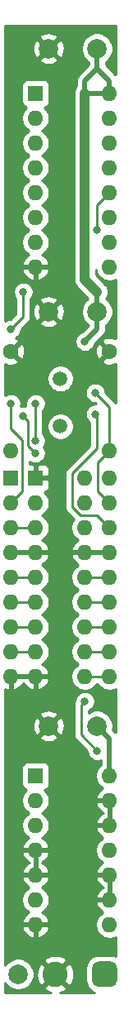
<source format=gbl>
%TF.GenerationSoftware,KiCad,Pcbnew,(5.1.9)-1*%
%TF.CreationDate,2021-02-16T22:14:15+08:00*%
%TF.ProjectId,DaveJonesTandy1000Turbo,44617665-4a6f-46e6-9573-54616e647931,rev?*%
%TF.SameCoordinates,Original*%
%TF.FileFunction,Copper,L2,Bot*%
%TF.FilePolarity,Positive*%
%FSLAX46Y46*%
G04 Gerber Fmt 4.6, Leading zero omitted, Abs format (unit mm)*
G04 Created by KiCad (PCBNEW (5.1.9)-1) date 2021-02-16 22:14:15*
%MOMM*%
%LPD*%
G01*
G04 APERTURE LIST*
%TA.AperFunction,ComponentPad*%
%ADD10O,1.600000X1.600000*%
%TD*%
%TA.AperFunction,ComponentPad*%
%ADD11R,1.600000X1.600000*%
%TD*%
%TA.AperFunction,ComponentPad*%
%ADD12C,1.600000*%
%TD*%
%TA.AperFunction,ComponentPad*%
%ADD13C,1.500000*%
%TD*%
%TA.AperFunction,ComponentPad*%
%ADD14C,2.600000*%
%TD*%
%TA.AperFunction,ComponentPad*%
%ADD15C,2.000000*%
%TD*%
%TA.AperFunction,ViaPad*%
%ADD16C,0.800000*%
%TD*%
%TA.AperFunction,Conductor*%
%ADD17C,0.250000*%
%TD*%
%TA.AperFunction,Conductor*%
%ADD18C,0.500000*%
%TD*%
%TA.AperFunction,Conductor*%
%ADD19C,1.000000*%
%TD*%
%TA.AperFunction,Conductor*%
%ADD20C,0.254000*%
%TD*%
%TA.AperFunction,Conductor*%
%ADD21C,0.100000*%
%TD*%
G04 APERTURE END LIST*
D10*
%TO.P,CN1,18*%
%TO.N,VCC*%
X151130000Y-97790000D03*
%TO.P,CN1,9*%
%TO.N,GND*%
X143510000Y-118110000D03*
%TO.P,CN1,17*%
%TO.N,Net-(CN1-Pad17)*%
X151130000Y-100330000D03*
%TO.P,CN1,8*%
%TO.N,Net-(CN1-Pad8)*%
X143510000Y-115570000D03*
%TO.P,CN1,16*%
%TO.N,Net-(CN1-Pad16)*%
X151130000Y-102870000D03*
%TO.P,CN1,7*%
%TO.N,Net-(CN1-Pad7)*%
X143510000Y-113030000D03*
%TO.P,CN1,15*%
%TO.N,GND*%
X151130000Y-105410000D03*
%TO.P,CN1,6*%
%TO.N,Net-(CN1-Pad6)*%
X143510000Y-110490000D03*
%TO.P,CN1,14*%
%TO.N,Net-(CN1-Pad14)*%
X151130000Y-107950000D03*
%TO.P,CN1,5*%
%TO.N,Net-(CN1-Pad5)*%
X143510000Y-107950000D03*
%TO.P,CN1,13*%
%TO.N,Net-(CN1-Pad13)*%
X151130000Y-110490000D03*
%TO.P,CN1,4*%
%TO.N,GND*%
X143510000Y-105410000D03*
%TO.P,CN1,12*%
%TO.N,Net-(CN1-Pad12)*%
X151130000Y-113030000D03*
%TO.P,CN1,3*%
%TO.N,Net-(CN1-Pad3)*%
X143510000Y-102870000D03*
%TO.P,CN1,11*%
%TO.N,Net-(CN1-Pad11)*%
X151130000Y-115570000D03*
%TO.P,CN1,2*%
%TO.N,Net-(CN1-Pad2)*%
X143510000Y-100330000D03*
%TO.P,CN1,10*%
%TO.N,Net-(CN1-Pad10)*%
X151130000Y-118110000D03*
D11*
%TO.P,CN1,1*%
%TO.N,GND*%
X143510000Y-97790000D03*
%TD*%
D10*
%TO.P,R2,2*%
%TO.N,Net-(R2-Pad2)*%
X153670000Y-94996000D03*
D12*
%TO.P,R2,1*%
%TO.N,GND*%
X153670000Y-84836000D03*
%TD*%
D10*
%TO.P,R1,2*%
%TO.N,Net-(R1-Pad2)*%
X143510000Y-94996000D03*
D12*
%TO.P,R1,1*%
%TO.N,GND*%
X143510000Y-84836000D03*
%TD*%
D13*
%TO.P,Y1,2*%
%TO.N,Net-(R1-Pad2)*%
X148590000Y-92510000D03*
%TO.P,Y1,1*%
%TO.N,Net-(R2-Pad2)*%
X148590000Y-87630000D03*
%TD*%
D10*
%TO.P,U3,18*%
%TO.N,VCC*%
X153670000Y-97790000D03*
%TO.P,U3,9*%
%TO.N,GND*%
X146050000Y-118110000D03*
%TO.P,U3,17*%
%TO.N,Net-(R2-Pad2)*%
X153670000Y-100330000D03*
%TO.P,U3,8*%
%TO.N,Net-(CN1-Pad8)*%
X146050000Y-115570000D03*
%TO.P,U3,16*%
%TO.N,Net-(R1-Pad2)*%
X153670000Y-102870000D03*
%TO.P,U3,7*%
%TO.N,Net-(CN1-Pad7)*%
X146050000Y-113030000D03*
%TO.P,U3,15*%
%TO.N,GND*%
X153670000Y-105410000D03*
%TO.P,U3,6*%
%TO.N,Net-(CN1-Pad6)*%
X146050000Y-110490000D03*
%TO.P,U3,14*%
%TO.N,Net-(CN1-Pad14)*%
X153670000Y-107950000D03*
%TO.P,U3,5*%
%TO.N,Net-(CN1-Pad5)*%
X146050000Y-107950000D03*
%TO.P,U3,13*%
%TO.N,Net-(CN1-Pad13)*%
X153670000Y-110490000D03*
%TO.P,U3,4*%
%TO.N,GND*%
X146050000Y-105410000D03*
%TO.P,U3,12*%
%TO.N,Net-(CN1-Pad12)*%
X153670000Y-113030000D03*
%TO.P,U3,3*%
%TO.N,Net-(CN1-Pad3)*%
X146050000Y-102870000D03*
%TO.P,U3,11*%
%TO.N,Net-(CN1-Pad11)*%
X153670000Y-115570000D03*
%TO.P,U3,2*%
%TO.N,Net-(U3-Pad2)*%
X146050000Y-100330000D03*
%TO.P,U3,10*%
%TO.N,Net-(CN1-Pad10)*%
X153670000Y-118110000D03*
D11*
%TO.P,U3,1*%
%TO.N,GND*%
X146050000Y-97790000D03*
%TD*%
D10*
%TO.P,U2,14*%
%TO.N,VCC*%
X153670000Y-128270000D03*
%TO.P,U2,7*%
%TO.N,GND*%
X146050000Y-143510000D03*
%TO.P,U2,13*%
X153670000Y-130810000D03*
%TO.P,U2,6*%
%TO.N,Net-(U2-Pad6)*%
X146050000Y-140970000D03*
%TO.P,U2,12*%
%TO.N,GND*%
X153670000Y-133350000D03*
%TO.P,U2,5*%
X146050000Y-138430000D03*
%TO.P,U2,11*%
%TO.N,Net-(U2-Pad11)*%
X153670000Y-135890000D03*
%TO.P,U2,4*%
%TO.N,GND*%
X146050000Y-135890000D03*
%TO.P,U2,10*%
X153670000Y-138430000D03*
%TO.P,U2,3*%
%TO.N,Net-(J1-Pad1)*%
X146050000Y-133350000D03*
%TO.P,U2,9*%
%TO.N,GND*%
X153670000Y-140970000D03*
%TO.P,U2,2*%
%TO.N,Net-(U1-Pad2)*%
X146050000Y-130810000D03*
%TO.P,U2,8*%
%TO.N,Net-(U2-Pad8)*%
X153670000Y-143510000D03*
D11*
%TO.P,U2,1*%
%TO.N,Net-(U1-Pad12)*%
X146050000Y-128270000D03*
%TD*%
D10*
%TO.P,U1,16*%
%TO.N,VCC*%
X153670000Y-58420000D03*
%TO.P,U1,8*%
%TO.N,GND*%
X146050000Y-76200000D03*
%TO.P,U1,15*%
%TO.N,Net-(U1-Pad15)*%
X153670000Y-60960000D03*
%TO.P,U1,7*%
%TO.N,Net-(U1-Pad12)*%
X146050000Y-73660000D03*
%TO.P,U1,14*%
%TO.N,Net-(U1-Pad14)*%
X153670000Y-63500000D03*
%TO.P,U1,6*%
%TO.N,Net-(U1-Pad6)*%
X146050000Y-71120000D03*
%TO.P,U1,13*%
%TO.N,GND*%
X153670000Y-66040000D03*
%TO.P,U1,5*%
%TO.N,Net-(U1-Pad2)*%
X146050000Y-68580000D03*
%TO.P,U1,12*%
%TO.N,Net-(U1-Pad12)*%
X153670000Y-68580000D03*
%TO.P,U1,4*%
%TO.N,Net-(U1-Pad11)*%
X146050000Y-66040000D03*
%TO.P,U1,11*%
X153670000Y-71120000D03*
%TO.P,U1,3*%
%TO.N,Net-(U1-Pad3)*%
X146050000Y-63500000D03*
%TO.P,U1,10*%
%TO.N,Net-(CN1-Pad2)*%
X153670000Y-73660000D03*
%TO.P,U1,2*%
%TO.N,Net-(U1-Pad2)*%
X146050000Y-60960000D03*
%TO.P,U1,9*%
%TO.N,Net-(CN1-Pad14)*%
X153670000Y-76200000D03*
D11*
%TO.P,U1,1*%
%TO.N,VCC*%
X146050000Y-58420000D03*
%TD*%
D14*
%TO.P,SW1,2*%
%TO.N,GND*%
X148082000Y-148590000D03*
%TO.P,SW1,1*%
%TO.N,Net-(CN1-Pad13)*%
%TA.AperFunction,ComponentPad*%
G36*
G01*
X154462000Y-147940000D02*
X154462000Y-149240000D01*
G75*
G02*
X153812000Y-149890000I-650000J0D01*
G01*
X152512000Y-149890000D01*
G75*
G02*
X151862000Y-149240000I0J650000D01*
G01*
X151862000Y-147940000D01*
G75*
G02*
X152512000Y-147290000I650000J0D01*
G01*
X153812000Y-147290000D01*
G75*
G02*
X154462000Y-147940000I0J-650000D01*
G01*
G37*
%TD.AperFunction*%
%TD*%
D15*
%TO.P,J1,1*%
%TO.N,Net-(J1-Pad1)*%
X144272000Y-148590000D03*
%TD*%
%TO.P,C3,2*%
%TO.N,GND*%
X147400000Y-80772000D03*
%TO.P,C3,1*%
%TO.N,VCC*%
X152400000Y-80772000D03*
%TD*%
%TO.P,C2,2*%
%TO.N,GND*%
X147400000Y-123190000D03*
%TO.P,C2,1*%
%TO.N,VCC*%
X152400000Y-123190000D03*
%TD*%
%TO.P,C1,2*%
%TO.N,GND*%
X147400000Y-53848000D03*
%TO.P,C1,1*%
%TO.N,VCC*%
X152400000Y-53848000D03*
%TD*%
D16*
%TO.N,VCC*%
X152400000Y-78740000D03*
X151130000Y-77470000D03*
X151130000Y-59690000D03*
X151130000Y-58420000D03*
X151130000Y-83820000D03*
%TO.N,Net-(CN1-Pad13)*%
X151130000Y-120650000D03*
X152400000Y-125730000D03*
%TO.N,Net-(CN1-Pad2)*%
X144780000Y-78740000D03*
X143510000Y-82550000D03*
X143510000Y-90170000D03*
%TO.N,Net-(R1-Pad2)*%
X152221827Y-91261827D03*
%TO.N,Net-(R2-Pad2)*%
X152221827Y-89078173D03*
%TO.N,Net-(U1-Pad12)*%
X152400000Y-72390000D03*
X146050000Y-93980000D03*
X146050008Y-90170000D03*
%TO.N,Net-(U1-Pad2)*%
X146050000Y-95250000D03*
X144780000Y-91440000D03*
%TD*%
D17*
%TO.N,GND*%
X151130000Y-105410000D02*
X153670000Y-105410000D01*
X146050000Y-105410000D02*
X143510000Y-105410000D01*
D18*
%TO.N,VCC*%
X152400000Y-53340000D02*
X152400000Y-55880000D01*
X152400000Y-55880000D02*
X153670000Y-57150000D01*
X153670000Y-57150000D02*
X153670000Y-58420000D01*
D19*
X151130000Y-77470000D02*
X152400000Y-78740000D01*
D18*
X153670000Y-58420000D02*
X151130000Y-58420000D01*
D19*
X151130000Y-58420000D02*
X151130000Y-77470000D01*
D18*
X153670000Y-124460000D02*
X153670000Y-128270000D01*
X152400000Y-123190000D02*
X153670000Y-124460000D01*
X152400000Y-82550000D02*
X151130000Y-83820000D01*
X152400000Y-78740000D02*
X152400000Y-82550000D01*
X151130000Y-57150000D02*
X151130000Y-58420000D01*
X152400000Y-55880000D02*
X151130000Y-57150000D01*
D17*
%TO.N,Net-(CN1-Pad8)*%
X143510000Y-115570000D02*
X146050000Y-115570000D01*
%TO.N,Net-(CN1-Pad7)*%
X146050000Y-113030000D02*
X143510000Y-113030000D01*
%TO.N,Net-(CN1-Pad6)*%
X143510000Y-110490000D02*
X146050000Y-110490000D01*
%TO.N,Net-(CN1-Pad14)*%
X153670000Y-107950000D02*
X151130000Y-107950000D01*
%TO.N,Net-(CN1-Pad5)*%
X146050000Y-107950000D02*
X143510000Y-107950000D01*
%TO.N,Net-(CN1-Pad13)*%
X151130000Y-110490000D02*
X153670000Y-110490000D01*
X150730001Y-121049999D02*
X150730001Y-124060001D01*
X151130000Y-120650000D02*
X150730001Y-121049999D01*
X150730001Y-124060001D02*
X152400000Y-125730000D01*
%TO.N,Net-(CN1-Pad12)*%
X151130000Y-113030000D02*
X153670000Y-113030000D01*
%TO.N,Net-(CN1-Pad3)*%
X143510000Y-102870000D02*
X146050000Y-102870000D01*
%TO.N,Net-(CN1-Pad11)*%
X153670000Y-115570000D02*
X151130000Y-115570000D01*
%TO.N,Net-(CN1-Pad2)*%
X144780000Y-81280000D02*
X143510000Y-82550000D01*
X144780000Y-78740000D02*
X144780000Y-81280000D01*
X144685001Y-99154999D02*
X143510000Y-100330000D01*
X144685001Y-93885001D02*
X144685001Y-99154999D01*
X143510000Y-92710000D02*
X144685001Y-93885001D01*
X143510000Y-90170000D02*
X143510000Y-92710000D01*
%TO.N,Net-(CN1-Pad10)*%
X151130000Y-118110000D02*
X153670000Y-118110000D01*
%TO.N,Net-(R1-Pad2)*%
X153670000Y-102870000D02*
X152400000Y-101600000D01*
X150660998Y-101600000D02*
X149860000Y-100799002D01*
X152400000Y-101600000D02*
X150660998Y-101600000D01*
X149860000Y-97320998D02*
X152400000Y-94780998D01*
X149860000Y-100799002D02*
X149860000Y-97320998D01*
X152400000Y-91440000D02*
X152221827Y-91261827D01*
X152400000Y-94780998D02*
X152400000Y-91440000D01*
%TO.N,Net-(R2-Pad2)*%
X153670000Y-90526346D02*
X152221827Y-89078173D01*
X153670000Y-95250000D02*
X153670000Y-90526346D01*
X152494999Y-96171001D02*
X153670000Y-94996000D01*
X152494999Y-99154999D02*
X152494999Y-96171001D01*
X153670000Y-100330000D02*
X152494999Y-99154999D01*
%TO.N,Net-(U1-Pad12)*%
X152400000Y-69850000D02*
X153670000Y-68580000D01*
X152400000Y-72390000D02*
X152400000Y-69850000D01*
X146050000Y-93980000D02*
X146050000Y-90170008D01*
X146050000Y-90170008D02*
X146050008Y-90170000D01*
%TO.N,Net-(U1-Pad2)*%
X145274999Y-94474999D02*
X145274999Y-93204999D01*
X146050000Y-95250000D02*
X145274999Y-94474999D01*
X145274999Y-93204999D02*
X145274999Y-91934999D01*
X145274999Y-91934999D02*
X144780000Y-91440000D01*
%TD*%
D20*
%TO.N,GND*%
X154280000Y-56505740D02*
X154265050Y-56493471D01*
X153285000Y-55513422D01*
X153285000Y-55223059D01*
X153442252Y-55117987D01*
X153669987Y-54890252D01*
X153848918Y-54622463D01*
X153972168Y-54324912D01*
X154035000Y-54009033D01*
X154035000Y-53686967D01*
X153972168Y-53371088D01*
X153848918Y-53073537D01*
X153669987Y-52805748D01*
X153442252Y-52578013D01*
X153174463Y-52399082D01*
X152876912Y-52275832D01*
X152561033Y-52213000D01*
X152238967Y-52213000D01*
X151923088Y-52275832D01*
X151625537Y-52399082D01*
X151357748Y-52578013D01*
X151130013Y-52805748D01*
X150951082Y-53073537D01*
X150827832Y-53371088D01*
X150765000Y-53686967D01*
X150765000Y-54009033D01*
X150827832Y-54324912D01*
X150951082Y-54622463D01*
X151130013Y-54890252D01*
X151357748Y-55117987D01*
X151515001Y-55223060D01*
X151515001Y-55513420D01*
X150534956Y-56493466D01*
X150501183Y-56521183D01*
X150390589Y-56655942D01*
X150308411Y-56809688D01*
X150273157Y-56925904D01*
X150257806Y-56976509D01*
X150257805Y-56976511D01*
X150245000Y-57106524D01*
X150245000Y-57106531D01*
X150240719Y-57150000D01*
X150245000Y-57193470D01*
X150245000Y-57709265D01*
X150181716Y-57786377D01*
X150076324Y-57983554D01*
X150011423Y-58197502D01*
X149995000Y-58364249D01*
X149995001Y-77414238D01*
X149989509Y-77470000D01*
X150011423Y-77692498D01*
X150076324Y-77906446D01*
X150092155Y-77936063D01*
X150181717Y-78103623D01*
X150323552Y-78276449D01*
X150366860Y-78311991D01*
X151477120Y-79422251D01*
X151357748Y-79502013D01*
X151130013Y-79729748D01*
X150951082Y-79997537D01*
X150827832Y-80295088D01*
X150765000Y-80610967D01*
X150765000Y-80933033D01*
X150827832Y-81248912D01*
X150951082Y-81546463D01*
X151130013Y-81814252D01*
X151357748Y-82041987D01*
X151515001Y-82147060D01*
X151515001Y-82183420D01*
X150884957Y-82813465D01*
X150828102Y-82824774D01*
X150639744Y-82902795D01*
X150470226Y-83016063D01*
X150326063Y-83160226D01*
X150212795Y-83329744D01*
X150134774Y-83518102D01*
X150095000Y-83718061D01*
X150095000Y-83921939D01*
X150134774Y-84121898D01*
X150212795Y-84310256D01*
X150326063Y-84479774D01*
X150470226Y-84623937D01*
X150639744Y-84737205D01*
X150828102Y-84815226D01*
X151028061Y-84855000D01*
X151231939Y-84855000D01*
X151431898Y-84815226D01*
X151620256Y-84737205D01*
X151789774Y-84623937D01*
X151933937Y-84479774D01*
X152047205Y-84310256D01*
X152125226Y-84121898D01*
X152136535Y-84065043D01*
X152995049Y-83206530D01*
X153028817Y-83178817D01*
X153082177Y-83113799D01*
X153139410Y-83044060D01*
X153139411Y-83044059D01*
X153221589Y-82890313D01*
X153272195Y-82723490D01*
X153285000Y-82593477D01*
X153285000Y-82593467D01*
X153289281Y-82550001D01*
X153285000Y-82506535D01*
X153285000Y-82147059D01*
X153442252Y-82041987D01*
X153669987Y-81814252D01*
X153848918Y-81546463D01*
X153972168Y-81248912D01*
X154035000Y-80933033D01*
X154035000Y-80610967D01*
X153972168Y-80295088D01*
X153848918Y-79997537D01*
X153669987Y-79729748D01*
X153442252Y-79502013D01*
X153313511Y-79415991D01*
X153348283Y-79373622D01*
X153453675Y-79176446D01*
X153518577Y-78962498D01*
X153540490Y-78739999D01*
X153518577Y-78517500D01*
X153453675Y-78303553D01*
X153348283Y-78106377D01*
X153241988Y-77976856D01*
X152265000Y-76999869D01*
X152265000Y-76492153D01*
X152290147Y-76618574D01*
X152398320Y-76879727D01*
X152555363Y-77114759D01*
X152755241Y-77314637D01*
X152990273Y-77471680D01*
X153251426Y-77579853D01*
X153528665Y-77635000D01*
X153811335Y-77635000D01*
X154088574Y-77579853D01*
X154280000Y-77500562D01*
X154280000Y-83537101D01*
X154156004Y-83478429D01*
X153881816Y-83409700D01*
X153599488Y-83395783D01*
X153319870Y-83437213D01*
X153053708Y-83532397D01*
X152928486Y-83599329D01*
X152856903Y-83843298D01*
X153670000Y-84656395D01*
X153684143Y-84642253D01*
X153863748Y-84821858D01*
X153849605Y-84836000D01*
X153863748Y-84850143D01*
X153684143Y-85029748D01*
X153670000Y-85015605D01*
X152856903Y-85828702D01*
X152928486Y-86072671D01*
X153183996Y-86193571D01*
X153458184Y-86262300D01*
X153740512Y-86276217D01*
X154020130Y-86234787D01*
X154280000Y-86141853D01*
X154280000Y-90071639D01*
X154233799Y-90015343D01*
X154210001Y-89986345D01*
X154181003Y-89962547D01*
X153256827Y-89038372D01*
X153256827Y-88976234D01*
X153217053Y-88776275D01*
X153139032Y-88587917D01*
X153025764Y-88418399D01*
X152881601Y-88274236D01*
X152712083Y-88160968D01*
X152523725Y-88082947D01*
X152323766Y-88043173D01*
X152119888Y-88043173D01*
X151919929Y-88082947D01*
X151731571Y-88160968D01*
X151562053Y-88274236D01*
X151417890Y-88418399D01*
X151304622Y-88587917D01*
X151226601Y-88776275D01*
X151186827Y-88976234D01*
X151186827Y-89180112D01*
X151226601Y-89380071D01*
X151304622Y-89568429D01*
X151417890Y-89737947D01*
X151562053Y-89882110D01*
X151731571Y-89995378D01*
X151919929Y-90073399D01*
X152119888Y-90113173D01*
X152182026Y-90113173D01*
X152295680Y-90226827D01*
X152119888Y-90226827D01*
X151919929Y-90266601D01*
X151731571Y-90344622D01*
X151562053Y-90457890D01*
X151417890Y-90602053D01*
X151304622Y-90771571D01*
X151226601Y-90959929D01*
X151186827Y-91159888D01*
X151186827Y-91363766D01*
X151226601Y-91563725D01*
X151304622Y-91752083D01*
X151417890Y-91921601D01*
X151562053Y-92065764D01*
X151640001Y-92117847D01*
X151640000Y-94466195D01*
X149348998Y-96757199D01*
X149320000Y-96780997D01*
X149296202Y-96809995D01*
X149296201Y-96809996D01*
X149225026Y-96896722D01*
X149154454Y-97028752D01*
X149110998Y-97172013D01*
X149096324Y-97320998D01*
X149100001Y-97358330D01*
X149100000Y-100761679D01*
X149096324Y-100799002D01*
X149100000Y-100836324D01*
X149100000Y-100836334D01*
X149110997Y-100947987D01*
X149137756Y-101036201D01*
X149154454Y-101091248D01*
X149225026Y-101223278D01*
X149264871Y-101271828D01*
X149319999Y-101339003D01*
X149349002Y-101362805D01*
X149985753Y-101999556D01*
X149858320Y-102190273D01*
X149750147Y-102451426D01*
X149695000Y-102728665D01*
X149695000Y-103011335D01*
X149750147Y-103288574D01*
X149858320Y-103549727D01*
X150015363Y-103784759D01*
X150215241Y-103984637D01*
X150450273Y-104141680D01*
X150460865Y-104146067D01*
X150274869Y-104257615D01*
X150066481Y-104446586D01*
X149898963Y-104672580D01*
X149778754Y-104926913D01*
X149738096Y-105060961D01*
X149860085Y-105283000D01*
X151003000Y-105283000D01*
X151003000Y-105263000D01*
X151257000Y-105263000D01*
X151257000Y-105283000D01*
X152399915Y-105283000D01*
X152400000Y-105282845D01*
X152400085Y-105283000D01*
X153543000Y-105283000D01*
X153543000Y-105263000D01*
X153797000Y-105263000D01*
X153797000Y-105283000D01*
X153817000Y-105283000D01*
X153817000Y-105537000D01*
X153797000Y-105537000D01*
X153797000Y-105557000D01*
X153543000Y-105557000D01*
X153543000Y-105537000D01*
X152400085Y-105537000D01*
X152400000Y-105537155D01*
X152399915Y-105537000D01*
X151257000Y-105537000D01*
X151257000Y-105557000D01*
X151003000Y-105557000D01*
X151003000Y-105537000D01*
X149860085Y-105537000D01*
X149738096Y-105759039D01*
X149778754Y-105893087D01*
X149898963Y-106147420D01*
X150066481Y-106373414D01*
X150274869Y-106562385D01*
X150460865Y-106673933D01*
X150450273Y-106678320D01*
X150215241Y-106835363D01*
X150015363Y-107035241D01*
X149858320Y-107270273D01*
X149750147Y-107531426D01*
X149695000Y-107808665D01*
X149695000Y-108091335D01*
X149750147Y-108368574D01*
X149858320Y-108629727D01*
X150015363Y-108864759D01*
X150215241Y-109064637D01*
X150447759Y-109220000D01*
X150215241Y-109375363D01*
X150015363Y-109575241D01*
X149858320Y-109810273D01*
X149750147Y-110071426D01*
X149695000Y-110348665D01*
X149695000Y-110631335D01*
X149750147Y-110908574D01*
X149858320Y-111169727D01*
X150015363Y-111404759D01*
X150215241Y-111604637D01*
X150447759Y-111760000D01*
X150215241Y-111915363D01*
X150015363Y-112115241D01*
X149858320Y-112350273D01*
X149750147Y-112611426D01*
X149695000Y-112888665D01*
X149695000Y-113171335D01*
X149750147Y-113448574D01*
X149858320Y-113709727D01*
X150015363Y-113944759D01*
X150215241Y-114144637D01*
X150447759Y-114300000D01*
X150215241Y-114455363D01*
X150015363Y-114655241D01*
X149858320Y-114890273D01*
X149750147Y-115151426D01*
X149695000Y-115428665D01*
X149695000Y-115711335D01*
X149750147Y-115988574D01*
X149858320Y-116249727D01*
X150015363Y-116484759D01*
X150215241Y-116684637D01*
X150447759Y-116840000D01*
X150215241Y-116995363D01*
X150015363Y-117195241D01*
X149858320Y-117430273D01*
X149750147Y-117691426D01*
X149695000Y-117968665D01*
X149695000Y-118251335D01*
X149750147Y-118528574D01*
X149858320Y-118789727D01*
X150015363Y-119024759D01*
X150215241Y-119224637D01*
X150450273Y-119381680D01*
X150711426Y-119489853D01*
X150988665Y-119545000D01*
X151271335Y-119545000D01*
X151548574Y-119489853D01*
X151809727Y-119381680D01*
X152044759Y-119224637D01*
X152244637Y-119024759D01*
X152348043Y-118870000D01*
X152451957Y-118870000D01*
X152555363Y-119024759D01*
X152755241Y-119224637D01*
X152990273Y-119381680D01*
X153251426Y-119489853D01*
X153528665Y-119545000D01*
X153811335Y-119545000D01*
X154088574Y-119489853D01*
X154280001Y-119410562D01*
X154280001Y-123815741D01*
X154265050Y-123803471D01*
X153998104Y-123536525D01*
X154035000Y-123351033D01*
X154035000Y-123028967D01*
X153972168Y-122713088D01*
X153848918Y-122415537D01*
X153669987Y-122147748D01*
X153442252Y-121920013D01*
X153174463Y-121741082D01*
X152876912Y-121617832D01*
X152561033Y-121555000D01*
X152238967Y-121555000D01*
X151923088Y-121617832D01*
X151625537Y-121741082D01*
X151490001Y-121831644D01*
X151490001Y-121621159D01*
X151620256Y-121567205D01*
X151789774Y-121453937D01*
X151933937Y-121309774D01*
X152047205Y-121140256D01*
X152125226Y-120951898D01*
X152165000Y-120751939D01*
X152165000Y-120548061D01*
X152125226Y-120348102D01*
X152047205Y-120159744D01*
X151933937Y-119990226D01*
X151789774Y-119846063D01*
X151620256Y-119732795D01*
X151431898Y-119654774D01*
X151231939Y-119615000D01*
X151028061Y-119615000D01*
X150828102Y-119654774D01*
X150639744Y-119732795D01*
X150470226Y-119846063D01*
X150326063Y-119990226D01*
X150212795Y-120159744D01*
X150134774Y-120348102D01*
X150095000Y-120548061D01*
X150095000Y-120625774D01*
X150082050Y-120650001D01*
X150024455Y-120757753D01*
X149980998Y-120901014D01*
X149970001Y-121012667D01*
X149970001Y-121012677D01*
X149966325Y-121049999D01*
X149970001Y-121087322D01*
X149970002Y-124022669D01*
X149966325Y-124060001D01*
X149980999Y-124208986D01*
X150024455Y-124352247D01*
X150095027Y-124484277D01*
X150166202Y-124571003D01*
X150190001Y-124600002D01*
X150218999Y-124623800D01*
X151365000Y-125769802D01*
X151365000Y-125831939D01*
X151404774Y-126031898D01*
X151482795Y-126220256D01*
X151596063Y-126389774D01*
X151740226Y-126533937D01*
X151909744Y-126647205D01*
X152098102Y-126725226D01*
X152298061Y-126765000D01*
X152501939Y-126765000D01*
X152701898Y-126725226D01*
X152785001Y-126690804D01*
X152785001Y-127135478D01*
X152755241Y-127155363D01*
X152555363Y-127355241D01*
X152398320Y-127590273D01*
X152290147Y-127851426D01*
X152235000Y-128128665D01*
X152235000Y-128411335D01*
X152290147Y-128688574D01*
X152398320Y-128949727D01*
X152555363Y-129184759D01*
X152755241Y-129384637D01*
X152990273Y-129541680D01*
X153000865Y-129546067D01*
X152814869Y-129657615D01*
X152606481Y-129846586D01*
X152438963Y-130072580D01*
X152318754Y-130326913D01*
X152278096Y-130460961D01*
X152400085Y-130683000D01*
X153543000Y-130683000D01*
X153543000Y-130663000D01*
X153797000Y-130663000D01*
X153797000Y-130683000D01*
X153817000Y-130683000D01*
X153817000Y-130937000D01*
X153797000Y-130937000D01*
X153797000Y-133223000D01*
X153817000Y-133223000D01*
X153817000Y-133477000D01*
X153797000Y-133477000D01*
X153797000Y-133497000D01*
X153543000Y-133497000D01*
X153543000Y-133477000D01*
X152400085Y-133477000D01*
X152278096Y-133699039D01*
X152318754Y-133833087D01*
X152438963Y-134087420D01*
X152606481Y-134313414D01*
X152814869Y-134502385D01*
X153000865Y-134613933D01*
X152990273Y-134618320D01*
X152755241Y-134775363D01*
X152555363Y-134975241D01*
X152398320Y-135210273D01*
X152290147Y-135471426D01*
X152235000Y-135748665D01*
X152235000Y-136031335D01*
X152290147Y-136308574D01*
X152398320Y-136569727D01*
X152555363Y-136804759D01*
X152755241Y-137004637D01*
X152990273Y-137161680D01*
X153000865Y-137166067D01*
X152814869Y-137277615D01*
X152606481Y-137466586D01*
X152438963Y-137692580D01*
X152318754Y-137946913D01*
X152278096Y-138080961D01*
X152400085Y-138303000D01*
X153543000Y-138303000D01*
X153543000Y-138283000D01*
X153797000Y-138283000D01*
X153797000Y-138303000D01*
X153817000Y-138303000D01*
X153817000Y-138557000D01*
X153797000Y-138557000D01*
X153797000Y-140843000D01*
X153817000Y-140843000D01*
X153817000Y-141097000D01*
X153797000Y-141097000D01*
X153797000Y-141117000D01*
X153543000Y-141117000D01*
X153543000Y-141097000D01*
X152400085Y-141097000D01*
X152278096Y-141319039D01*
X152318754Y-141453087D01*
X152438963Y-141707420D01*
X152606481Y-141933414D01*
X152814869Y-142122385D01*
X153000865Y-142233933D01*
X152990273Y-142238320D01*
X152755241Y-142395363D01*
X152555363Y-142595241D01*
X152398320Y-142830273D01*
X152290147Y-143091426D01*
X152235000Y-143368665D01*
X152235000Y-143651335D01*
X152290147Y-143928574D01*
X152398320Y-144189727D01*
X152555363Y-144424759D01*
X152755241Y-144624637D01*
X152990273Y-144781680D01*
X153251426Y-144889853D01*
X153528665Y-144945000D01*
X153811335Y-144945000D01*
X154088574Y-144889853D01*
X154280001Y-144810561D01*
X154280001Y-146742417D01*
X154063290Y-146676678D01*
X153812000Y-146651928D01*
X152512000Y-146651928D01*
X152260710Y-146676678D01*
X152019076Y-146749977D01*
X151796386Y-146869007D01*
X151601196Y-147029196D01*
X151441007Y-147224386D01*
X151321977Y-147447076D01*
X151248678Y-147688710D01*
X151223928Y-147940000D01*
X151223928Y-149240000D01*
X151248678Y-149491290D01*
X151321977Y-149732924D01*
X151441007Y-149955614D01*
X151601196Y-150150804D01*
X151796386Y-150310993D01*
X152019076Y-150430023D01*
X152150862Y-150470000D01*
X148560509Y-150470000D01*
X148872690Y-150366333D01*
X149119683Y-150234312D01*
X149251619Y-149939224D01*
X148082000Y-148769605D01*
X146912381Y-149939224D01*
X147044317Y-150234312D01*
X147385045Y-150405159D01*
X147620772Y-150470000D01*
X142900000Y-150470000D01*
X142900000Y-149479579D01*
X143002013Y-149632252D01*
X143229748Y-149859987D01*
X143497537Y-150038918D01*
X143795088Y-150162168D01*
X144110967Y-150225000D01*
X144433033Y-150225000D01*
X144748912Y-150162168D01*
X145046463Y-150038918D01*
X145314252Y-149859987D01*
X145541987Y-149632252D01*
X145720918Y-149364463D01*
X145844168Y-149066912D01*
X145907000Y-148751033D01*
X145907000Y-148640729D01*
X146138299Y-148640729D01*
X146185543Y-149018951D01*
X146305667Y-149380690D01*
X146437688Y-149627683D01*
X146732776Y-149759619D01*
X147902395Y-148590000D01*
X148261605Y-148590000D01*
X149431224Y-149759619D01*
X149726312Y-149627683D01*
X149897159Y-149286955D01*
X149998250Y-148919443D01*
X150025701Y-148539271D01*
X149978457Y-148161049D01*
X149858333Y-147799310D01*
X149726312Y-147552317D01*
X149431224Y-147420381D01*
X148261605Y-148590000D01*
X147902395Y-148590000D01*
X146732776Y-147420381D01*
X146437688Y-147552317D01*
X146266841Y-147893045D01*
X146165750Y-148260557D01*
X146138299Y-148640729D01*
X145907000Y-148640729D01*
X145907000Y-148428967D01*
X145844168Y-148113088D01*
X145720918Y-147815537D01*
X145541987Y-147547748D01*
X145314252Y-147320013D01*
X145195666Y-147240776D01*
X146912381Y-147240776D01*
X148082000Y-148410395D01*
X149251619Y-147240776D01*
X149119683Y-146945688D01*
X148778955Y-146774841D01*
X148411443Y-146673750D01*
X148031271Y-146646299D01*
X147653049Y-146693543D01*
X147291310Y-146813667D01*
X147044317Y-146945688D01*
X146912381Y-147240776D01*
X145195666Y-147240776D01*
X145046463Y-147141082D01*
X144748912Y-147017832D01*
X144433033Y-146955000D01*
X144110967Y-146955000D01*
X143795088Y-147017832D01*
X143497537Y-147141082D01*
X143229748Y-147320013D01*
X143002013Y-147547748D01*
X142900000Y-147700421D01*
X142900000Y-143859039D01*
X144658096Y-143859039D01*
X144698754Y-143993087D01*
X144818963Y-144247420D01*
X144986481Y-144473414D01*
X145194869Y-144662385D01*
X145436119Y-144807070D01*
X145700960Y-144901909D01*
X145923000Y-144780624D01*
X145923000Y-143637000D01*
X146177000Y-143637000D01*
X146177000Y-144780624D01*
X146399040Y-144901909D01*
X146663881Y-144807070D01*
X146905131Y-144662385D01*
X147113519Y-144473414D01*
X147281037Y-144247420D01*
X147401246Y-143993087D01*
X147441904Y-143859039D01*
X147319915Y-143637000D01*
X146177000Y-143637000D01*
X145923000Y-143637000D01*
X144780085Y-143637000D01*
X144658096Y-143859039D01*
X142900000Y-143859039D01*
X142900000Y-140828665D01*
X144615000Y-140828665D01*
X144615000Y-141111335D01*
X144670147Y-141388574D01*
X144778320Y-141649727D01*
X144935363Y-141884759D01*
X145135241Y-142084637D01*
X145370273Y-142241680D01*
X145380865Y-142246067D01*
X145194869Y-142357615D01*
X144986481Y-142546586D01*
X144818963Y-142772580D01*
X144698754Y-143026913D01*
X144658096Y-143160961D01*
X144780085Y-143383000D01*
X145923000Y-143383000D01*
X145923000Y-143363000D01*
X146177000Y-143363000D01*
X146177000Y-143383000D01*
X147319915Y-143383000D01*
X147441904Y-143160961D01*
X147401246Y-143026913D01*
X147281037Y-142772580D01*
X147113519Y-142546586D01*
X146905131Y-142357615D01*
X146719135Y-142246067D01*
X146729727Y-142241680D01*
X146964759Y-142084637D01*
X147164637Y-141884759D01*
X147321680Y-141649727D01*
X147429853Y-141388574D01*
X147485000Y-141111335D01*
X147485000Y-140828665D01*
X147429853Y-140551426D01*
X147321680Y-140290273D01*
X147164637Y-140055241D01*
X146964759Y-139855363D01*
X146729727Y-139698320D01*
X146719135Y-139693933D01*
X146905131Y-139582385D01*
X147113519Y-139393414D01*
X147281037Y-139167420D01*
X147401246Y-138913087D01*
X147441904Y-138779039D01*
X152278096Y-138779039D01*
X152318754Y-138913087D01*
X152438963Y-139167420D01*
X152606481Y-139393414D01*
X152814869Y-139582385D01*
X153010982Y-139700000D01*
X152814869Y-139817615D01*
X152606481Y-140006586D01*
X152438963Y-140232580D01*
X152318754Y-140486913D01*
X152278096Y-140620961D01*
X152400085Y-140843000D01*
X153543000Y-140843000D01*
X153543000Y-138557000D01*
X152400085Y-138557000D01*
X152278096Y-138779039D01*
X147441904Y-138779039D01*
X147319915Y-138557000D01*
X146177000Y-138557000D01*
X146177000Y-138577000D01*
X145923000Y-138577000D01*
X145923000Y-138557000D01*
X144780085Y-138557000D01*
X144658096Y-138779039D01*
X144698754Y-138913087D01*
X144818963Y-139167420D01*
X144986481Y-139393414D01*
X145194869Y-139582385D01*
X145380865Y-139693933D01*
X145370273Y-139698320D01*
X145135241Y-139855363D01*
X144935363Y-140055241D01*
X144778320Y-140290273D01*
X144670147Y-140551426D01*
X144615000Y-140828665D01*
X142900000Y-140828665D01*
X142900000Y-136239039D01*
X144658096Y-136239039D01*
X144698754Y-136373087D01*
X144818963Y-136627420D01*
X144986481Y-136853414D01*
X145194869Y-137042385D01*
X145390982Y-137160000D01*
X145194869Y-137277615D01*
X144986481Y-137466586D01*
X144818963Y-137692580D01*
X144698754Y-137946913D01*
X144658096Y-138080961D01*
X144780085Y-138303000D01*
X145923000Y-138303000D01*
X145923000Y-136017000D01*
X146177000Y-136017000D01*
X146177000Y-138303000D01*
X147319915Y-138303000D01*
X147441904Y-138080961D01*
X147401246Y-137946913D01*
X147281037Y-137692580D01*
X147113519Y-137466586D01*
X146905131Y-137277615D01*
X146709018Y-137160000D01*
X146905131Y-137042385D01*
X147113519Y-136853414D01*
X147281037Y-136627420D01*
X147401246Y-136373087D01*
X147441904Y-136239039D01*
X147319915Y-136017000D01*
X146177000Y-136017000D01*
X145923000Y-136017000D01*
X144780085Y-136017000D01*
X144658096Y-136239039D01*
X142900000Y-136239039D01*
X142900000Y-127470000D01*
X144611928Y-127470000D01*
X144611928Y-129070000D01*
X144624188Y-129194482D01*
X144660498Y-129314180D01*
X144719463Y-129424494D01*
X144798815Y-129521185D01*
X144895506Y-129600537D01*
X145005820Y-129659502D01*
X145125518Y-129695812D01*
X145133961Y-129696643D01*
X144935363Y-129895241D01*
X144778320Y-130130273D01*
X144670147Y-130391426D01*
X144615000Y-130668665D01*
X144615000Y-130951335D01*
X144670147Y-131228574D01*
X144778320Y-131489727D01*
X144935363Y-131724759D01*
X145135241Y-131924637D01*
X145367759Y-132080000D01*
X145135241Y-132235363D01*
X144935363Y-132435241D01*
X144778320Y-132670273D01*
X144670147Y-132931426D01*
X144615000Y-133208665D01*
X144615000Y-133491335D01*
X144670147Y-133768574D01*
X144778320Y-134029727D01*
X144935363Y-134264759D01*
X145135241Y-134464637D01*
X145370273Y-134621680D01*
X145380865Y-134626067D01*
X145194869Y-134737615D01*
X144986481Y-134926586D01*
X144818963Y-135152580D01*
X144698754Y-135406913D01*
X144658096Y-135540961D01*
X144780085Y-135763000D01*
X145923000Y-135763000D01*
X145923000Y-135743000D01*
X146177000Y-135743000D01*
X146177000Y-135763000D01*
X147319915Y-135763000D01*
X147441904Y-135540961D01*
X147401246Y-135406913D01*
X147281037Y-135152580D01*
X147113519Y-134926586D01*
X146905131Y-134737615D01*
X146719135Y-134626067D01*
X146729727Y-134621680D01*
X146964759Y-134464637D01*
X147164637Y-134264759D01*
X147321680Y-134029727D01*
X147429853Y-133768574D01*
X147485000Y-133491335D01*
X147485000Y-133208665D01*
X147429853Y-132931426D01*
X147321680Y-132670273D01*
X147164637Y-132435241D01*
X146964759Y-132235363D01*
X146732241Y-132080000D01*
X146964759Y-131924637D01*
X147164637Y-131724759D01*
X147321680Y-131489727D01*
X147429853Y-131228574D01*
X147443684Y-131159039D01*
X152278096Y-131159039D01*
X152318754Y-131293087D01*
X152438963Y-131547420D01*
X152606481Y-131773414D01*
X152814869Y-131962385D01*
X153010982Y-132080000D01*
X152814869Y-132197615D01*
X152606481Y-132386586D01*
X152438963Y-132612580D01*
X152318754Y-132866913D01*
X152278096Y-133000961D01*
X152400085Y-133223000D01*
X153543000Y-133223000D01*
X153543000Y-130937000D01*
X152400085Y-130937000D01*
X152278096Y-131159039D01*
X147443684Y-131159039D01*
X147485000Y-130951335D01*
X147485000Y-130668665D01*
X147429853Y-130391426D01*
X147321680Y-130130273D01*
X147164637Y-129895241D01*
X146966039Y-129696643D01*
X146974482Y-129695812D01*
X147094180Y-129659502D01*
X147204494Y-129600537D01*
X147301185Y-129521185D01*
X147380537Y-129424494D01*
X147439502Y-129314180D01*
X147475812Y-129194482D01*
X147488072Y-129070000D01*
X147488072Y-127470000D01*
X147475812Y-127345518D01*
X147439502Y-127225820D01*
X147380537Y-127115506D01*
X147301185Y-127018815D01*
X147204494Y-126939463D01*
X147094180Y-126880498D01*
X146974482Y-126844188D01*
X146850000Y-126831928D01*
X145250000Y-126831928D01*
X145125518Y-126844188D01*
X145005820Y-126880498D01*
X144895506Y-126939463D01*
X144798815Y-127018815D01*
X144719463Y-127115506D01*
X144660498Y-127225820D01*
X144624188Y-127345518D01*
X144611928Y-127470000D01*
X142900000Y-127470000D01*
X142900000Y-124325413D01*
X146444192Y-124325413D01*
X146539956Y-124589814D01*
X146829571Y-124730704D01*
X147141108Y-124812384D01*
X147462595Y-124831718D01*
X147781675Y-124787961D01*
X148086088Y-124682795D01*
X148260044Y-124589814D01*
X148355808Y-124325413D01*
X147400000Y-123369605D01*
X146444192Y-124325413D01*
X142900000Y-124325413D01*
X142900000Y-123252595D01*
X145758282Y-123252595D01*
X145802039Y-123571675D01*
X145907205Y-123876088D01*
X146000186Y-124050044D01*
X146264587Y-124145808D01*
X147220395Y-123190000D01*
X147579605Y-123190000D01*
X148535413Y-124145808D01*
X148799814Y-124050044D01*
X148940704Y-123760429D01*
X149022384Y-123448892D01*
X149041718Y-123127405D01*
X148997961Y-122808325D01*
X148892795Y-122503912D01*
X148799814Y-122329956D01*
X148535413Y-122234192D01*
X147579605Y-123190000D01*
X147220395Y-123190000D01*
X146264587Y-122234192D01*
X146000186Y-122329956D01*
X145859296Y-122619571D01*
X145777616Y-122931108D01*
X145758282Y-123252595D01*
X142900000Y-123252595D01*
X142900000Y-122054587D01*
X146444192Y-122054587D01*
X147400000Y-123010395D01*
X148355808Y-122054587D01*
X148260044Y-121790186D01*
X147970429Y-121649296D01*
X147658892Y-121567616D01*
X147337405Y-121548282D01*
X147018325Y-121592039D01*
X146713912Y-121697205D01*
X146539956Y-121790186D01*
X146444192Y-122054587D01*
X142900000Y-122054587D01*
X142900000Y-119408460D01*
X143160960Y-119501909D01*
X143383000Y-119380624D01*
X143383000Y-118237000D01*
X143637000Y-118237000D01*
X143637000Y-119380624D01*
X143859040Y-119501909D01*
X144123881Y-119407070D01*
X144365131Y-119262385D01*
X144573519Y-119073414D01*
X144741037Y-118847420D01*
X144780000Y-118764984D01*
X144818963Y-118847420D01*
X144986481Y-119073414D01*
X145194869Y-119262385D01*
X145436119Y-119407070D01*
X145700960Y-119501909D01*
X145923000Y-119380624D01*
X145923000Y-118237000D01*
X146177000Y-118237000D01*
X146177000Y-119380624D01*
X146399040Y-119501909D01*
X146663881Y-119407070D01*
X146905131Y-119262385D01*
X147113519Y-119073414D01*
X147281037Y-118847420D01*
X147401246Y-118593087D01*
X147441904Y-118459039D01*
X147319915Y-118237000D01*
X146177000Y-118237000D01*
X145923000Y-118237000D01*
X144780085Y-118237000D01*
X144780000Y-118237155D01*
X144779915Y-118237000D01*
X143637000Y-118237000D01*
X143383000Y-118237000D01*
X143363000Y-118237000D01*
X143363000Y-117983000D01*
X143383000Y-117983000D01*
X143383000Y-117963000D01*
X143637000Y-117963000D01*
X143637000Y-117983000D01*
X144779915Y-117983000D01*
X144780000Y-117982845D01*
X144780085Y-117983000D01*
X145923000Y-117983000D01*
X145923000Y-117963000D01*
X146177000Y-117963000D01*
X146177000Y-117983000D01*
X147319915Y-117983000D01*
X147441904Y-117760961D01*
X147401246Y-117626913D01*
X147281037Y-117372580D01*
X147113519Y-117146586D01*
X146905131Y-116957615D01*
X146719135Y-116846067D01*
X146729727Y-116841680D01*
X146964759Y-116684637D01*
X147164637Y-116484759D01*
X147321680Y-116249727D01*
X147429853Y-115988574D01*
X147485000Y-115711335D01*
X147485000Y-115428665D01*
X147429853Y-115151426D01*
X147321680Y-114890273D01*
X147164637Y-114655241D01*
X146964759Y-114455363D01*
X146732241Y-114300000D01*
X146964759Y-114144637D01*
X147164637Y-113944759D01*
X147321680Y-113709727D01*
X147429853Y-113448574D01*
X147485000Y-113171335D01*
X147485000Y-112888665D01*
X147429853Y-112611426D01*
X147321680Y-112350273D01*
X147164637Y-112115241D01*
X146964759Y-111915363D01*
X146732241Y-111760000D01*
X146964759Y-111604637D01*
X147164637Y-111404759D01*
X147321680Y-111169727D01*
X147429853Y-110908574D01*
X147485000Y-110631335D01*
X147485000Y-110348665D01*
X147429853Y-110071426D01*
X147321680Y-109810273D01*
X147164637Y-109575241D01*
X146964759Y-109375363D01*
X146732241Y-109220000D01*
X146964759Y-109064637D01*
X147164637Y-108864759D01*
X147321680Y-108629727D01*
X147429853Y-108368574D01*
X147485000Y-108091335D01*
X147485000Y-107808665D01*
X147429853Y-107531426D01*
X147321680Y-107270273D01*
X147164637Y-107035241D01*
X146964759Y-106835363D01*
X146729727Y-106678320D01*
X146719135Y-106673933D01*
X146905131Y-106562385D01*
X147113519Y-106373414D01*
X147281037Y-106147420D01*
X147401246Y-105893087D01*
X147441904Y-105759039D01*
X147319915Y-105537000D01*
X146177000Y-105537000D01*
X146177000Y-105557000D01*
X145923000Y-105557000D01*
X145923000Y-105537000D01*
X144780085Y-105537000D01*
X144780000Y-105537155D01*
X144779915Y-105537000D01*
X143637000Y-105537000D01*
X143637000Y-105557000D01*
X143383000Y-105557000D01*
X143383000Y-105537000D01*
X143363000Y-105537000D01*
X143363000Y-105283000D01*
X143383000Y-105283000D01*
X143383000Y-105263000D01*
X143637000Y-105263000D01*
X143637000Y-105283000D01*
X144779915Y-105283000D01*
X144780000Y-105282845D01*
X144780085Y-105283000D01*
X145923000Y-105283000D01*
X145923000Y-105263000D01*
X146177000Y-105263000D01*
X146177000Y-105283000D01*
X147319915Y-105283000D01*
X147441904Y-105060961D01*
X147401246Y-104926913D01*
X147281037Y-104672580D01*
X147113519Y-104446586D01*
X146905131Y-104257615D01*
X146719135Y-104146067D01*
X146729727Y-104141680D01*
X146964759Y-103984637D01*
X147164637Y-103784759D01*
X147321680Y-103549727D01*
X147429853Y-103288574D01*
X147485000Y-103011335D01*
X147485000Y-102728665D01*
X147429853Y-102451426D01*
X147321680Y-102190273D01*
X147164637Y-101955241D01*
X146964759Y-101755363D01*
X146732241Y-101600000D01*
X146964759Y-101444637D01*
X147164637Y-101244759D01*
X147321680Y-101009727D01*
X147429853Y-100748574D01*
X147485000Y-100471335D01*
X147485000Y-100188665D01*
X147429853Y-99911426D01*
X147321680Y-99650273D01*
X147164637Y-99415241D01*
X146966039Y-99216643D01*
X146974482Y-99215812D01*
X147094180Y-99179502D01*
X147204494Y-99120537D01*
X147301185Y-99041185D01*
X147380537Y-98944494D01*
X147439502Y-98834180D01*
X147475812Y-98714482D01*
X147488072Y-98590000D01*
X147485000Y-98075750D01*
X147326250Y-97917000D01*
X146177000Y-97917000D01*
X146177000Y-97937000D01*
X145923000Y-97937000D01*
X145923000Y-97917000D01*
X145903000Y-97917000D01*
X145903000Y-97663000D01*
X145923000Y-97663000D01*
X145923000Y-96513750D01*
X146177000Y-96513750D01*
X146177000Y-97663000D01*
X147326250Y-97663000D01*
X147485000Y-97504250D01*
X147488072Y-96990000D01*
X147475812Y-96865518D01*
X147439502Y-96745820D01*
X147380537Y-96635506D01*
X147301185Y-96538815D01*
X147204494Y-96459463D01*
X147094180Y-96400498D01*
X146974482Y-96364188D01*
X146850000Y-96351928D01*
X146335750Y-96355000D01*
X146177000Y-96513750D01*
X145923000Y-96513750D01*
X145764250Y-96355000D01*
X145445001Y-96353093D01*
X145445001Y-96090536D01*
X145559744Y-96167205D01*
X145748102Y-96245226D01*
X145948061Y-96285000D01*
X146151939Y-96285000D01*
X146351898Y-96245226D01*
X146540256Y-96167205D01*
X146709774Y-96053937D01*
X146853937Y-95909774D01*
X146967205Y-95740256D01*
X147045226Y-95551898D01*
X147085000Y-95351939D01*
X147085000Y-95148061D01*
X147045226Y-94948102D01*
X146967205Y-94759744D01*
X146870490Y-94615000D01*
X146967205Y-94470256D01*
X147045226Y-94281898D01*
X147085000Y-94081939D01*
X147085000Y-93878061D01*
X147045226Y-93678102D01*
X146967205Y-93489744D01*
X146853937Y-93320226D01*
X146810000Y-93276289D01*
X146810000Y-92373589D01*
X147205000Y-92373589D01*
X147205000Y-92646411D01*
X147258225Y-92913989D01*
X147362629Y-93166043D01*
X147514201Y-93392886D01*
X147707114Y-93585799D01*
X147933957Y-93737371D01*
X148186011Y-93841775D01*
X148453589Y-93895000D01*
X148726411Y-93895000D01*
X148993989Y-93841775D01*
X149246043Y-93737371D01*
X149472886Y-93585799D01*
X149665799Y-93392886D01*
X149817371Y-93166043D01*
X149921775Y-92913989D01*
X149975000Y-92646411D01*
X149975000Y-92373589D01*
X149921775Y-92106011D01*
X149817371Y-91853957D01*
X149665799Y-91627114D01*
X149472886Y-91434201D01*
X149246043Y-91282629D01*
X148993989Y-91178225D01*
X148726411Y-91125000D01*
X148453589Y-91125000D01*
X148186011Y-91178225D01*
X147933957Y-91282629D01*
X147707114Y-91434201D01*
X147514201Y-91627114D01*
X147362629Y-91853957D01*
X147258225Y-92106011D01*
X147205000Y-92373589D01*
X146810000Y-92373589D01*
X146810000Y-90873719D01*
X146853945Y-90829774D01*
X146967213Y-90660256D01*
X147045234Y-90471898D01*
X147085008Y-90271939D01*
X147085008Y-90068061D01*
X147045234Y-89868102D01*
X146967213Y-89679744D01*
X146853945Y-89510226D01*
X146709782Y-89366063D01*
X146540264Y-89252795D01*
X146351906Y-89174774D01*
X146151947Y-89135000D01*
X145948069Y-89135000D01*
X145748110Y-89174774D01*
X145559752Y-89252795D01*
X145390234Y-89366063D01*
X145246071Y-89510226D01*
X145132803Y-89679744D01*
X145054782Y-89868102D01*
X145015008Y-90068061D01*
X145015008Y-90271939D01*
X145048047Y-90438041D01*
X144881939Y-90405000D01*
X144678061Y-90405000D01*
X144511961Y-90438039D01*
X144545000Y-90271939D01*
X144545000Y-90068061D01*
X144505226Y-89868102D01*
X144427205Y-89679744D01*
X144313937Y-89510226D01*
X144169774Y-89366063D01*
X144000256Y-89252795D01*
X143811898Y-89174774D01*
X143611939Y-89135000D01*
X143408061Y-89135000D01*
X143208102Y-89174774D01*
X143019744Y-89252795D01*
X142900000Y-89332805D01*
X142900000Y-87493589D01*
X147205000Y-87493589D01*
X147205000Y-87766411D01*
X147258225Y-88033989D01*
X147362629Y-88286043D01*
X147514201Y-88512886D01*
X147707114Y-88705799D01*
X147933957Y-88857371D01*
X148186011Y-88961775D01*
X148453589Y-89015000D01*
X148726411Y-89015000D01*
X148993989Y-88961775D01*
X149246043Y-88857371D01*
X149472886Y-88705799D01*
X149665799Y-88512886D01*
X149817371Y-88286043D01*
X149921775Y-88033989D01*
X149975000Y-87766411D01*
X149975000Y-87493589D01*
X149921775Y-87226011D01*
X149817371Y-86973957D01*
X149665799Y-86747114D01*
X149472886Y-86554201D01*
X149246043Y-86402629D01*
X148993989Y-86298225D01*
X148726411Y-86245000D01*
X148453589Y-86245000D01*
X148186011Y-86298225D01*
X147933957Y-86402629D01*
X147707114Y-86554201D01*
X147514201Y-86747114D01*
X147362629Y-86973957D01*
X147258225Y-87226011D01*
X147205000Y-87493589D01*
X142900000Y-87493589D01*
X142900000Y-86134900D01*
X143023996Y-86193571D01*
X143298184Y-86262300D01*
X143580512Y-86276217D01*
X143860130Y-86234787D01*
X144126292Y-86139603D01*
X144251514Y-86072671D01*
X144323097Y-85828702D01*
X143510000Y-85015605D01*
X143495858Y-85029748D01*
X143316253Y-84850143D01*
X143330395Y-84836000D01*
X143689605Y-84836000D01*
X144502702Y-85649097D01*
X144746671Y-85577514D01*
X144867571Y-85322004D01*
X144936300Y-85047816D01*
X144943265Y-84906512D01*
X152229783Y-84906512D01*
X152271213Y-85186130D01*
X152366397Y-85452292D01*
X152433329Y-85577514D01*
X152677298Y-85649097D01*
X153490395Y-84836000D01*
X152677298Y-84022903D01*
X152433329Y-84094486D01*
X152312429Y-84349996D01*
X152243700Y-84624184D01*
X152229783Y-84906512D01*
X144943265Y-84906512D01*
X144950217Y-84765488D01*
X144908787Y-84485870D01*
X144813603Y-84219708D01*
X144746671Y-84094486D01*
X144502702Y-84022903D01*
X143689605Y-84836000D01*
X143330395Y-84836000D01*
X143316253Y-84821858D01*
X143495858Y-84642253D01*
X143510000Y-84656395D01*
X144323097Y-83843298D01*
X144251514Y-83599329D01*
X143996004Y-83478429D01*
X143981772Y-83474861D01*
X144000256Y-83467205D01*
X144169774Y-83353937D01*
X144313937Y-83209774D01*
X144427205Y-83040256D01*
X144505226Y-82851898D01*
X144545000Y-82651939D01*
X144545000Y-82589801D01*
X145227388Y-81907413D01*
X146444192Y-81907413D01*
X146539956Y-82171814D01*
X146829571Y-82312704D01*
X147141108Y-82394384D01*
X147462595Y-82413718D01*
X147781675Y-82369961D01*
X148086088Y-82264795D01*
X148260044Y-82171814D01*
X148355808Y-81907413D01*
X147400000Y-80951605D01*
X146444192Y-81907413D01*
X145227388Y-81907413D01*
X145291003Y-81843799D01*
X145320001Y-81820001D01*
X145414974Y-81704276D01*
X145485546Y-81572247D01*
X145529003Y-81428986D01*
X145540000Y-81317333D01*
X145540000Y-81317324D01*
X145543676Y-81280001D01*
X145540000Y-81242678D01*
X145540000Y-80834595D01*
X145758282Y-80834595D01*
X145802039Y-81153675D01*
X145907205Y-81458088D01*
X146000186Y-81632044D01*
X146264587Y-81727808D01*
X147220395Y-80772000D01*
X147579605Y-80772000D01*
X148535413Y-81727808D01*
X148799814Y-81632044D01*
X148940704Y-81342429D01*
X149022384Y-81030892D01*
X149041718Y-80709405D01*
X148997961Y-80390325D01*
X148892795Y-80085912D01*
X148799814Y-79911956D01*
X148535413Y-79816192D01*
X147579605Y-80772000D01*
X147220395Y-80772000D01*
X146264587Y-79816192D01*
X146000186Y-79911956D01*
X145859296Y-80201571D01*
X145777616Y-80513108D01*
X145758282Y-80834595D01*
X145540000Y-80834595D01*
X145540000Y-79636587D01*
X146444192Y-79636587D01*
X147400000Y-80592395D01*
X148355808Y-79636587D01*
X148260044Y-79372186D01*
X147970429Y-79231296D01*
X147658892Y-79149616D01*
X147337405Y-79130282D01*
X147018325Y-79174039D01*
X146713912Y-79279205D01*
X146539956Y-79372186D01*
X146444192Y-79636587D01*
X145540000Y-79636587D01*
X145540000Y-79443711D01*
X145583937Y-79399774D01*
X145697205Y-79230256D01*
X145775226Y-79041898D01*
X145815000Y-78841939D01*
X145815000Y-78638061D01*
X145775226Y-78438102D01*
X145697205Y-78249744D01*
X145583937Y-78080226D01*
X145439774Y-77936063D01*
X145270256Y-77822795D01*
X145081898Y-77744774D01*
X144881939Y-77705000D01*
X144678061Y-77705000D01*
X144478102Y-77744774D01*
X144289744Y-77822795D01*
X144120226Y-77936063D01*
X143976063Y-78080226D01*
X143862795Y-78249744D01*
X143784774Y-78438102D01*
X143745000Y-78638061D01*
X143745000Y-78841939D01*
X143784774Y-79041898D01*
X143862795Y-79230256D01*
X143976063Y-79399774D01*
X144020000Y-79443711D01*
X144020001Y-80965197D01*
X143470199Y-81515000D01*
X143408061Y-81515000D01*
X143208102Y-81554774D01*
X143019744Y-81632795D01*
X142900000Y-81712805D01*
X142900000Y-76549039D01*
X144658096Y-76549039D01*
X144698754Y-76683087D01*
X144818963Y-76937420D01*
X144986481Y-77163414D01*
X145194869Y-77352385D01*
X145436119Y-77497070D01*
X145700960Y-77591909D01*
X145923000Y-77470624D01*
X145923000Y-76327000D01*
X146177000Y-76327000D01*
X146177000Y-77470624D01*
X146399040Y-77591909D01*
X146663881Y-77497070D01*
X146905131Y-77352385D01*
X147113519Y-77163414D01*
X147281037Y-76937420D01*
X147401246Y-76683087D01*
X147441904Y-76549039D01*
X147319915Y-76327000D01*
X146177000Y-76327000D01*
X145923000Y-76327000D01*
X144780085Y-76327000D01*
X144658096Y-76549039D01*
X142900000Y-76549039D01*
X142900000Y-57620000D01*
X144611928Y-57620000D01*
X144611928Y-59220000D01*
X144624188Y-59344482D01*
X144660498Y-59464180D01*
X144719463Y-59574494D01*
X144798815Y-59671185D01*
X144895506Y-59750537D01*
X145005820Y-59809502D01*
X145125518Y-59845812D01*
X145133961Y-59846643D01*
X144935363Y-60045241D01*
X144778320Y-60280273D01*
X144670147Y-60541426D01*
X144615000Y-60818665D01*
X144615000Y-61101335D01*
X144670147Y-61378574D01*
X144778320Y-61639727D01*
X144935363Y-61874759D01*
X145135241Y-62074637D01*
X145367759Y-62230000D01*
X145135241Y-62385363D01*
X144935363Y-62585241D01*
X144778320Y-62820273D01*
X144670147Y-63081426D01*
X144615000Y-63358665D01*
X144615000Y-63641335D01*
X144670147Y-63918574D01*
X144778320Y-64179727D01*
X144935363Y-64414759D01*
X145135241Y-64614637D01*
X145367759Y-64770000D01*
X145135241Y-64925363D01*
X144935363Y-65125241D01*
X144778320Y-65360273D01*
X144670147Y-65621426D01*
X144615000Y-65898665D01*
X144615000Y-66181335D01*
X144670147Y-66458574D01*
X144778320Y-66719727D01*
X144935363Y-66954759D01*
X145135241Y-67154637D01*
X145367759Y-67310000D01*
X145135241Y-67465363D01*
X144935363Y-67665241D01*
X144778320Y-67900273D01*
X144670147Y-68161426D01*
X144615000Y-68438665D01*
X144615000Y-68721335D01*
X144670147Y-68998574D01*
X144778320Y-69259727D01*
X144935363Y-69494759D01*
X145135241Y-69694637D01*
X145367759Y-69850000D01*
X145135241Y-70005363D01*
X144935363Y-70205241D01*
X144778320Y-70440273D01*
X144670147Y-70701426D01*
X144615000Y-70978665D01*
X144615000Y-71261335D01*
X144670147Y-71538574D01*
X144778320Y-71799727D01*
X144935363Y-72034759D01*
X145135241Y-72234637D01*
X145367759Y-72390000D01*
X145135241Y-72545363D01*
X144935363Y-72745241D01*
X144778320Y-72980273D01*
X144670147Y-73241426D01*
X144615000Y-73518665D01*
X144615000Y-73801335D01*
X144670147Y-74078574D01*
X144778320Y-74339727D01*
X144935363Y-74574759D01*
X145135241Y-74774637D01*
X145370273Y-74931680D01*
X145380865Y-74936067D01*
X145194869Y-75047615D01*
X144986481Y-75236586D01*
X144818963Y-75462580D01*
X144698754Y-75716913D01*
X144658096Y-75850961D01*
X144780085Y-76073000D01*
X145923000Y-76073000D01*
X145923000Y-76053000D01*
X146177000Y-76053000D01*
X146177000Y-76073000D01*
X147319915Y-76073000D01*
X147441904Y-75850961D01*
X147401246Y-75716913D01*
X147281037Y-75462580D01*
X147113519Y-75236586D01*
X146905131Y-75047615D01*
X146719135Y-74936067D01*
X146729727Y-74931680D01*
X146964759Y-74774637D01*
X147164637Y-74574759D01*
X147321680Y-74339727D01*
X147429853Y-74078574D01*
X147485000Y-73801335D01*
X147485000Y-73518665D01*
X147429853Y-73241426D01*
X147321680Y-72980273D01*
X147164637Y-72745241D01*
X146964759Y-72545363D01*
X146732241Y-72390000D01*
X146964759Y-72234637D01*
X147164637Y-72034759D01*
X147321680Y-71799727D01*
X147429853Y-71538574D01*
X147485000Y-71261335D01*
X147485000Y-70978665D01*
X147429853Y-70701426D01*
X147321680Y-70440273D01*
X147164637Y-70205241D01*
X146964759Y-70005363D01*
X146732241Y-69850000D01*
X146964759Y-69694637D01*
X147164637Y-69494759D01*
X147321680Y-69259727D01*
X147429853Y-68998574D01*
X147485000Y-68721335D01*
X147485000Y-68438665D01*
X147429853Y-68161426D01*
X147321680Y-67900273D01*
X147164637Y-67665241D01*
X146964759Y-67465363D01*
X146732241Y-67310000D01*
X146964759Y-67154637D01*
X147164637Y-66954759D01*
X147321680Y-66719727D01*
X147429853Y-66458574D01*
X147485000Y-66181335D01*
X147485000Y-65898665D01*
X147429853Y-65621426D01*
X147321680Y-65360273D01*
X147164637Y-65125241D01*
X146964759Y-64925363D01*
X146732241Y-64770000D01*
X146964759Y-64614637D01*
X147164637Y-64414759D01*
X147321680Y-64179727D01*
X147429853Y-63918574D01*
X147485000Y-63641335D01*
X147485000Y-63358665D01*
X147429853Y-63081426D01*
X147321680Y-62820273D01*
X147164637Y-62585241D01*
X146964759Y-62385363D01*
X146732241Y-62230000D01*
X146964759Y-62074637D01*
X147164637Y-61874759D01*
X147321680Y-61639727D01*
X147429853Y-61378574D01*
X147485000Y-61101335D01*
X147485000Y-60818665D01*
X147429853Y-60541426D01*
X147321680Y-60280273D01*
X147164637Y-60045241D01*
X146966039Y-59846643D01*
X146974482Y-59845812D01*
X147094180Y-59809502D01*
X147204494Y-59750537D01*
X147301185Y-59671185D01*
X147380537Y-59574494D01*
X147439502Y-59464180D01*
X147475812Y-59344482D01*
X147488072Y-59220000D01*
X147488072Y-57620000D01*
X147475812Y-57495518D01*
X147439502Y-57375820D01*
X147380537Y-57265506D01*
X147301185Y-57168815D01*
X147204494Y-57089463D01*
X147094180Y-57030498D01*
X146974482Y-56994188D01*
X146850000Y-56981928D01*
X145250000Y-56981928D01*
X145125518Y-56994188D01*
X145005820Y-57030498D01*
X144895506Y-57089463D01*
X144798815Y-57168815D01*
X144719463Y-57265506D01*
X144660498Y-57375820D01*
X144624188Y-57495518D01*
X144611928Y-57620000D01*
X142900000Y-57620000D01*
X142900000Y-54983413D01*
X146444192Y-54983413D01*
X146539956Y-55247814D01*
X146829571Y-55388704D01*
X147141108Y-55470384D01*
X147462595Y-55489718D01*
X147781675Y-55445961D01*
X148086088Y-55340795D01*
X148260044Y-55247814D01*
X148355808Y-54983413D01*
X147400000Y-54027605D01*
X146444192Y-54983413D01*
X142900000Y-54983413D01*
X142900000Y-53910595D01*
X145758282Y-53910595D01*
X145802039Y-54229675D01*
X145907205Y-54534088D01*
X146000186Y-54708044D01*
X146264587Y-54803808D01*
X147220395Y-53848000D01*
X147579605Y-53848000D01*
X148535413Y-54803808D01*
X148799814Y-54708044D01*
X148940704Y-54418429D01*
X149022384Y-54106892D01*
X149041718Y-53785405D01*
X148997961Y-53466325D01*
X148892795Y-53161912D01*
X148799814Y-52987956D01*
X148535413Y-52892192D01*
X147579605Y-53848000D01*
X147220395Y-53848000D01*
X146264587Y-52892192D01*
X146000186Y-52987956D01*
X145859296Y-53277571D01*
X145777616Y-53589108D01*
X145758282Y-53910595D01*
X142900000Y-53910595D01*
X142900000Y-52712587D01*
X146444192Y-52712587D01*
X147400000Y-53668395D01*
X148355808Y-52712587D01*
X148260044Y-52448186D01*
X147970429Y-52307296D01*
X147658892Y-52225616D01*
X147337405Y-52206282D01*
X147018325Y-52250039D01*
X146713912Y-52355205D01*
X146539956Y-52448186D01*
X146444192Y-52712587D01*
X142900000Y-52712587D01*
X142900000Y-51460000D01*
X154280000Y-51460000D01*
X154280000Y-56505740D01*
%TA.AperFunction,Conductor*%
D21*
G36*
X154280000Y-56505740D02*
G01*
X154265050Y-56493471D01*
X153285000Y-55513422D01*
X153285000Y-55223059D01*
X153442252Y-55117987D01*
X153669987Y-54890252D01*
X153848918Y-54622463D01*
X153972168Y-54324912D01*
X154035000Y-54009033D01*
X154035000Y-53686967D01*
X153972168Y-53371088D01*
X153848918Y-53073537D01*
X153669987Y-52805748D01*
X153442252Y-52578013D01*
X153174463Y-52399082D01*
X152876912Y-52275832D01*
X152561033Y-52213000D01*
X152238967Y-52213000D01*
X151923088Y-52275832D01*
X151625537Y-52399082D01*
X151357748Y-52578013D01*
X151130013Y-52805748D01*
X150951082Y-53073537D01*
X150827832Y-53371088D01*
X150765000Y-53686967D01*
X150765000Y-54009033D01*
X150827832Y-54324912D01*
X150951082Y-54622463D01*
X151130013Y-54890252D01*
X151357748Y-55117987D01*
X151515001Y-55223060D01*
X151515001Y-55513420D01*
X150534956Y-56493466D01*
X150501183Y-56521183D01*
X150390589Y-56655942D01*
X150308411Y-56809688D01*
X150273157Y-56925904D01*
X150257806Y-56976509D01*
X150257805Y-56976511D01*
X150245000Y-57106524D01*
X150245000Y-57106531D01*
X150240719Y-57150000D01*
X150245000Y-57193470D01*
X150245000Y-57709265D01*
X150181716Y-57786377D01*
X150076324Y-57983554D01*
X150011423Y-58197502D01*
X149995000Y-58364249D01*
X149995001Y-77414238D01*
X149989509Y-77470000D01*
X150011423Y-77692498D01*
X150076324Y-77906446D01*
X150092155Y-77936063D01*
X150181717Y-78103623D01*
X150323552Y-78276449D01*
X150366860Y-78311991D01*
X151477120Y-79422251D01*
X151357748Y-79502013D01*
X151130013Y-79729748D01*
X150951082Y-79997537D01*
X150827832Y-80295088D01*
X150765000Y-80610967D01*
X150765000Y-80933033D01*
X150827832Y-81248912D01*
X150951082Y-81546463D01*
X151130013Y-81814252D01*
X151357748Y-82041987D01*
X151515001Y-82147060D01*
X151515001Y-82183420D01*
X150884957Y-82813465D01*
X150828102Y-82824774D01*
X150639744Y-82902795D01*
X150470226Y-83016063D01*
X150326063Y-83160226D01*
X150212795Y-83329744D01*
X150134774Y-83518102D01*
X150095000Y-83718061D01*
X150095000Y-83921939D01*
X150134774Y-84121898D01*
X150212795Y-84310256D01*
X150326063Y-84479774D01*
X150470226Y-84623937D01*
X150639744Y-84737205D01*
X150828102Y-84815226D01*
X151028061Y-84855000D01*
X151231939Y-84855000D01*
X151431898Y-84815226D01*
X151620256Y-84737205D01*
X151789774Y-84623937D01*
X151933937Y-84479774D01*
X152047205Y-84310256D01*
X152125226Y-84121898D01*
X152136535Y-84065043D01*
X152995049Y-83206530D01*
X153028817Y-83178817D01*
X153082177Y-83113799D01*
X153139410Y-83044060D01*
X153139411Y-83044059D01*
X153221589Y-82890313D01*
X153272195Y-82723490D01*
X153285000Y-82593477D01*
X153285000Y-82593467D01*
X153289281Y-82550001D01*
X153285000Y-82506535D01*
X153285000Y-82147059D01*
X153442252Y-82041987D01*
X153669987Y-81814252D01*
X153848918Y-81546463D01*
X153972168Y-81248912D01*
X154035000Y-80933033D01*
X154035000Y-80610967D01*
X153972168Y-80295088D01*
X153848918Y-79997537D01*
X153669987Y-79729748D01*
X153442252Y-79502013D01*
X153313511Y-79415991D01*
X153348283Y-79373622D01*
X153453675Y-79176446D01*
X153518577Y-78962498D01*
X153540490Y-78739999D01*
X153518577Y-78517500D01*
X153453675Y-78303553D01*
X153348283Y-78106377D01*
X153241988Y-77976856D01*
X152265000Y-76999869D01*
X152265000Y-76492153D01*
X152290147Y-76618574D01*
X152398320Y-76879727D01*
X152555363Y-77114759D01*
X152755241Y-77314637D01*
X152990273Y-77471680D01*
X153251426Y-77579853D01*
X153528665Y-77635000D01*
X153811335Y-77635000D01*
X154088574Y-77579853D01*
X154280000Y-77500562D01*
X154280000Y-83537101D01*
X154156004Y-83478429D01*
X153881816Y-83409700D01*
X153599488Y-83395783D01*
X153319870Y-83437213D01*
X153053708Y-83532397D01*
X152928486Y-83599329D01*
X152856903Y-83843298D01*
X153670000Y-84656395D01*
X153684143Y-84642253D01*
X153863748Y-84821858D01*
X153849605Y-84836000D01*
X153863748Y-84850143D01*
X153684143Y-85029748D01*
X153670000Y-85015605D01*
X152856903Y-85828702D01*
X152928486Y-86072671D01*
X153183996Y-86193571D01*
X153458184Y-86262300D01*
X153740512Y-86276217D01*
X154020130Y-86234787D01*
X154280000Y-86141853D01*
X154280000Y-90071639D01*
X154233799Y-90015343D01*
X154210001Y-89986345D01*
X154181003Y-89962547D01*
X153256827Y-89038372D01*
X153256827Y-88976234D01*
X153217053Y-88776275D01*
X153139032Y-88587917D01*
X153025764Y-88418399D01*
X152881601Y-88274236D01*
X152712083Y-88160968D01*
X152523725Y-88082947D01*
X152323766Y-88043173D01*
X152119888Y-88043173D01*
X151919929Y-88082947D01*
X151731571Y-88160968D01*
X151562053Y-88274236D01*
X151417890Y-88418399D01*
X151304622Y-88587917D01*
X151226601Y-88776275D01*
X151186827Y-88976234D01*
X151186827Y-89180112D01*
X151226601Y-89380071D01*
X151304622Y-89568429D01*
X151417890Y-89737947D01*
X151562053Y-89882110D01*
X151731571Y-89995378D01*
X151919929Y-90073399D01*
X152119888Y-90113173D01*
X152182026Y-90113173D01*
X152295680Y-90226827D01*
X152119888Y-90226827D01*
X151919929Y-90266601D01*
X151731571Y-90344622D01*
X151562053Y-90457890D01*
X151417890Y-90602053D01*
X151304622Y-90771571D01*
X151226601Y-90959929D01*
X151186827Y-91159888D01*
X151186827Y-91363766D01*
X151226601Y-91563725D01*
X151304622Y-91752083D01*
X151417890Y-91921601D01*
X151562053Y-92065764D01*
X151640001Y-92117847D01*
X151640000Y-94466195D01*
X149348998Y-96757199D01*
X149320000Y-96780997D01*
X149296202Y-96809995D01*
X149296201Y-96809996D01*
X149225026Y-96896722D01*
X149154454Y-97028752D01*
X149110998Y-97172013D01*
X149096324Y-97320998D01*
X149100001Y-97358330D01*
X149100000Y-100761679D01*
X149096324Y-100799002D01*
X149100000Y-100836324D01*
X149100000Y-100836334D01*
X149110997Y-100947987D01*
X149137756Y-101036201D01*
X149154454Y-101091248D01*
X149225026Y-101223278D01*
X149264871Y-101271828D01*
X149319999Y-101339003D01*
X149349002Y-101362805D01*
X149985753Y-101999556D01*
X149858320Y-102190273D01*
X149750147Y-102451426D01*
X149695000Y-102728665D01*
X149695000Y-103011335D01*
X149750147Y-103288574D01*
X149858320Y-103549727D01*
X150015363Y-103784759D01*
X150215241Y-103984637D01*
X150450273Y-104141680D01*
X150460865Y-104146067D01*
X150274869Y-104257615D01*
X150066481Y-104446586D01*
X149898963Y-104672580D01*
X149778754Y-104926913D01*
X149738096Y-105060961D01*
X149860085Y-105283000D01*
X151003000Y-105283000D01*
X151003000Y-105263000D01*
X151257000Y-105263000D01*
X151257000Y-105283000D01*
X152399915Y-105283000D01*
X152400000Y-105282845D01*
X152400085Y-105283000D01*
X153543000Y-105283000D01*
X153543000Y-105263000D01*
X153797000Y-105263000D01*
X153797000Y-105283000D01*
X153817000Y-105283000D01*
X153817000Y-105537000D01*
X153797000Y-105537000D01*
X153797000Y-105557000D01*
X153543000Y-105557000D01*
X153543000Y-105537000D01*
X152400085Y-105537000D01*
X152400000Y-105537155D01*
X152399915Y-105537000D01*
X151257000Y-105537000D01*
X151257000Y-105557000D01*
X151003000Y-105557000D01*
X151003000Y-105537000D01*
X149860085Y-105537000D01*
X149738096Y-105759039D01*
X149778754Y-105893087D01*
X149898963Y-106147420D01*
X150066481Y-106373414D01*
X150274869Y-106562385D01*
X150460865Y-106673933D01*
X150450273Y-106678320D01*
X150215241Y-106835363D01*
X150015363Y-107035241D01*
X149858320Y-107270273D01*
X149750147Y-107531426D01*
X149695000Y-107808665D01*
X149695000Y-108091335D01*
X149750147Y-108368574D01*
X149858320Y-108629727D01*
X150015363Y-108864759D01*
X150215241Y-109064637D01*
X150447759Y-109220000D01*
X150215241Y-109375363D01*
X150015363Y-109575241D01*
X149858320Y-109810273D01*
X149750147Y-110071426D01*
X149695000Y-110348665D01*
X149695000Y-110631335D01*
X149750147Y-110908574D01*
X149858320Y-111169727D01*
X150015363Y-111404759D01*
X150215241Y-111604637D01*
X150447759Y-111760000D01*
X150215241Y-111915363D01*
X150015363Y-112115241D01*
X149858320Y-112350273D01*
X149750147Y-112611426D01*
X149695000Y-112888665D01*
X149695000Y-113171335D01*
X149750147Y-113448574D01*
X149858320Y-113709727D01*
X150015363Y-113944759D01*
X150215241Y-114144637D01*
X150447759Y-114300000D01*
X150215241Y-114455363D01*
X150015363Y-114655241D01*
X149858320Y-114890273D01*
X149750147Y-115151426D01*
X149695000Y-115428665D01*
X149695000Y-115711335D01*
X149750147Y-115988574D01*
X149858320Y-116249727D01*
X150015363Y-116484759D01*
X150215241Y-116684637D01*
X150447759Y-116840000D01*
X150215241Y-116995363D01*
X150015363Y-117195241D01*
X149858320Y-117430273D01*
X149750147Y-117691426D01*
X149695000Y-117968665D01*
X149695000Y-118251335D01*
X149750147Y-118528574D01*
X149858320Y-118789727D01*
X150015363Y-119024759D01*
X150215241Y-119224637D01*
X150450273Y-119381680D01*
X150711426Y-119489853D01*
X150988665Y-119545000D01*
X151271335Y-119545000D01*
X151548574Y-119489853D01*
X151809727Y-119381680D01*
X152044759Y-119224637D01*
X152244637Y-119024759D01*
X152348043Y-118870000D01*
X152451957Y-118870000D01*
X152555363Y-119024759D01*
X152755241Y-119224637D01*
X152990273Y-119381680D01*
X153251426Y-119489853D01*
X153528665Y-119545000D01*
X153811335Y-119545000D01*
X154088574Y-119489853D01*
X154280001Y-119410562D01*
X154280001Y-123815741D01*
X154265050Y-123803471D01*
X153998104Y-123536525D01*
X154035000Y-123351033D01*
X154035000Y-123028967D01*
X153972168Y-122713088D01*
X153848918Y-122415537D01*
X153669987Y-122147748D01*
X153442252Y-121920013D01*
X153174463Y-121741082D01*
X152876912Y-121617832D01*
X152561033Y-121555000D01*
X152238967Y-121555000D01*
X151923088Y-121617832D01*
X151625537Y-121741082D01*
X151490001Y-121831644D01*
X151490001Y-121621159D01*
X151620256Y-121567205D01*
X151789774Y-121453937D01*
X151933937Y-121309774D01*
X152047205Y-121140256D01*
X152125226Y-120951898D01*
X152165000Y-120751939D01*
X152165000Y-120548061D01*
X152125226Y-120348102D01*
X152047205Y-120159744D01*
X151933937Y-119990226D01*
X151789774Y-119846063D01*
X151620256Y-119732795D01*
X151431898Y-119654774D01*
X151231939Y-119615000D01*
X151028061Y-119615000D01*
X150828102Y-119654774D01*
X150639744Y-119732795D01*
X150470226Y-119846063D01*
X150326063Y-119990226D01*
X150212795Y-120159744D01*
X150134774Y-120348102D01*
X150095000Y-120548061D01*
X150095000Y-120625774D01*
X150082050Y-120650001D01*
X150024455Y-120757753D01*
X149980998Y-120901014D01*
X149970001Y-121012667D01*
X149970001Y-121012677D01*
X149966325Y-121049999D01*
X149970001Y-121087322D01*
X149970002Y-124022669D01*
X149966325Y-124060001D01*
X149980999Y-124208986D01*
X150024455Y-124352247D01*
X150095027Y-124484277D01*
X150166202Y-124571003D01*
X150190001Y-124600002D01*
X150218999Y-124623800D01*
X151365000Y-125769802D01*
X151365000Y-125831939D01*
X151404774Y-126031898D01*
X151482795Y-126220256D01*
X151596063Y-126389774D01*
X151740226Y-126533937D01*
X151909744Y-126647205D01*
X152098102Y-126725226D01*
X152298061Y-126765000D01*
X152501939Y-126765000D01*
X152701898Y-126725226D01*
X152785001Y-126690804D01*
X152785001Y-127135478D01*
X152755241Y-127155363D01*
X152555363Y-127355241D01*
X152398320Y-127590273D01*
X152290147Y-127851426D01*
X152235000Y-128128665D01*
X152235000Y-128411335D01*
X152290147Y-128688574D01*
X152398320Y-128949727D01*
X152555363Y-129184759D01*
X152755241Y-129384637D01*
X152990273Y-129541680D01*
X153000865Y-129546067D01*
X152814869Y-129657615D01*
X152606481Y-129846586D01*
X152438963Y-130072580D01*
X152318754Y-130326913D01*
X152278096Y-130460961D01*
X152400085Y-130683000D01*
X153543000Y-130683000D01*
X153543000Y-130663000D01*
X153797000Y-130663000D01*
X153797000Y-130683000D01*
X153817000Y-130683000D01*
X153817000Y-130937000D01*
X153797000Y-130937000D01*
X153797000Y-133223000D01*
X153817000Y-133223000D01*
X153817000Y-133477000D01*
X153797000Y-133477000D01*
X153797000Y-133497000D01*
X153543000Y-133497000D01*
X153543000Y-133477000D01*
X152400085Y-133477000D01*
X152278096Y-133699039D01*
X152318754Y-133833087D01*
X152438963Y-134087420D01*
X152606481Y-134313414D01*
X152814869Y-134502385D01*
X153000865Y-134613933D01*
X152990273Y-134618320D01*
X152755241Y-134775363D01*
X152555363Y-134975241D01*
X152398320Y-135210273D01*
X152290147Y-135471426D01*
X152235000Y-135748665D01*
X152235000Y-136031335D01*
X152290147Y-136308574D01*
X152398320Y-136569727D01*
X152555363Y-136804759D01*
X152755241Y-137004637D01*
X152990273Y-137161680D01*
X153000865Y-137166067D01*
X152814869Y-137277615D01*
X152606481Y-137466586D01*
X152438963Y-137692580D01*
X152318754Y-137946913D01*
X152278096Y-138080961D01*
X152400085Y-138303000D01*
X153543000Y-138303000D01*
X153543000Y-138283000D01*
X153797000Y-138283000D01*
X153797000Y-138303000D01*
X153817000Y-138303000D01*
X153817000Y-138557000D01*
X153797000Y-138557000D01*
X153797000Y-140843000D01*
X153817000Y-140843000D01*
X153817000Y-141097000D01*
X153797000Y-141097000D01*
X153797000Y-141117000D01*
X153543000Y-141117000D01*
X153543000Y-141097000D01*
X152400085Y-141097000D01*
X152278096Y-141319039D01*
X152318754Y-141453087D01*
X152438963Y-141707420D01*
X152606481Y-141933414D01*
X152814869Y-142122385D01*
X153000865Y-142233933D01*
X152990273Y-142238320D01*
X152755241Y-142395363D01*
X152555363Y-142595241D01*
X152398320Y-142830273D01*
X152290147Y-143091426D01*
X152235000Y-143368665D01*
X152235000Y-143651335D01*
X152290147Y-143928574D01*
X152398320Y-144189727D01*
X152555363Y-144424759D01*
X152755241Y-144624637D01*
X152990273Y-144781680D01*
X153251426Y-144889853D01*
X153528665Y-144945000D01*
X153811335Y-144945000D01*
X154088574Y-144889853D01*
X154280001Y-144810561D01*
X154280001Y-146742417D01*
X154063290Y-146676678D01*
X153812000Y-146651928D01*
X152512000Y-146651928D01*
X152260710Y-146676678D01*
X152019076Y-146749977D01*
X151796386Y-146869007D01*
X151601196Y-147029196D01*
X151441007Y-147224386D01*
X151321977Y-147447076D01*
X151248678Y-147688710D01*
X151223928Y-147940000D01*
X151223928Y-149240000D01*
X151248678Y-149491290D01*
X151321977Y-149732924D01*
X151441007Y-149955614D01*
X151601196Y-150150804D01*
X151796386Y-150310993D01*
X152019076Y-150430023D01*
X152150862Y-150470000D01*
X148560509Y-150470000D01*
X148872690Y-150366333D01*
X149119683Y-150234312D01*
X149251619Y-149939224D01*
X148082000Y-148769605D01*
X146912381Y-149939224D01*
X147044317Y-150234312D01*
X147385045Y-150405159D01*
X147620772Y-150470000D01*
X142900000Y-150470000D01*
X142900000Y-149479579D01*
X143002013Y-149632252D01*
X143229748Y-149859987D01*
X143497537Y-150038918D01*
X143795088Y-150162168D01*
X144110967Y-150225000D01*
X144433033Y-150225000D01*
X144748912Y-150162168D01*
X145046463Y-150038918D01*
X145314252Y-149859987D01*
X145541987Y-149632252D01*
X145720918Y-149364463D01*
X145844168Y-149066912D01*
X145907000Y-148751033D01*
X145907000Y-148640729D01*
X146138299Y-148640729D01*
X146185543Y-149018951D01*
X146305667Y-149380690D01*
X146437688Y-149627683D01*
X146732776Y-149759619D01*
X147902395Y-148590000D01*
X148261605Y-148590000D01*
X149431224Y-149759619D01*
X149726312Y-149627683D01*
X149897159Y-149286955D01*
X149998250Y-148919443D01*
X150025701Y-148539271D01*
X149978457Y-148161049D01*
X149858333Y-147799310D01*
X149726312Y-147552317D01*
X149431224Y-147420381D01*
X148261605Y-148590000D01*
X147902395Y-148590000D01*
X146732776Y-147420381D01*
X146437688Y-147552317D01*
X146266841Y-147893045D01*
X146165750Y-148260557D01*
X146138299Y-148640729D01*
X145907000Y-148640729D01*
X145907000Y-148428967D01*
X145844168Y-148113088D01*
X145720918Y-147815537D01*
X145541987Y-147547748D01*
X145314252Y-147320013D01*
X145195666Y-147240776D01*
X146912381Y-147240776D01*
X148082000Y-148410395D01*
X149251619Y-147240776D01*
X149119683Y-146945688D01*
X148778955Y-146774841D01*
X148411443Y-146673750D01*
X148031271Y-146646299D01*
X147653049Y-146693543D01*
X147291310Y-146813667D01*
X147044317Y-146945688D01*
X146912381Y-147240776D01*
X145195666Y-147240776D01*
X145046463Y-147141082D01*
X144748912Y-147017832D01*
X144433033Y-146955000D01*
X144110967Y-146955000D01*
X143795088Y-147017832D01*
X143497537Y-147141082D01*
X143229748Y-147320013D01*
X143002013Y-147547748D01*
X142900000Y-147700421D01*
X142900000Y-143859039D01*
X144658096Y-143859039D01*
X144698754Y-143993087D01*
X144818963Y-144247420D01*
X144986481Y-144473414D01*
X145194869Y-144662385D01*
X145436119Y-144807070D01*
X145700960Y-144901909D01*
X145923000Y-144780624D01*
X145923000Y-143637000D01*
X146177000Y-143637000D01*
X146177000Y-144780624D01*
X146399040Y-144901909D01*
X146663881Y-144807070D01*
X146905131Y-144662385D01*
X147113519Y-144473414D01*
X147281037Y-144247420D01*
X147401246Y-143993087D01*
X147441904Y-143859039D01*
X147319915Y-143637000D01*
X146177000Y-143637000D01*
X145923000Y-143637000D01*
X144780085Y-143637000D01*
X144658096Y-143859039D01*
X142900000Y-143859039D01*
X142900000Y-140828665D01*
X144615000Y-140828665D01*
X144615000Y-141111335D01*
X144670147Y-141388574D01*
X144778320Y-141649727D01*
X144935363Y-141884759D01*
X145135241Y-142084637D01*
X145370273Y-142241680D01*
X145380865Y-142246067D01*
X145194869Y-142357615D01*
X144986481Y-142546586D01*
X144818963Y-142772580D01*
X144698754Y-143026913D01*
X144658096Y-143160961D01*
X144780085Y-143383000D01*
X145923000Y-143383000D01*
X145923000Y-143363000D01*
X146177000Y-143363000D01*
X146177000Y-143383000D01*
X147319915Y-143383000D01*
X147441904Y-143160961D01*
X147401246Y-143026913D01*
X147281037Y-142772580D01*
X147113519Y-142546586D01*
X146905131Y-142357615D01*
X146719135Y-142246067D01*
X146729727Y-142241680D01*
X146964759Y-142084637D01*
X147164637Y-141884759D01*
X147321680Y-141649727D01*
X147429853Y-141388574D01*
X147485000Y-141111335D01*
X147485000Y-140828665D01*
X147429853Y-140551426D01*
X147321680Y-140290273D01*
X147164637Y-140055241D01*
X146964759Y-139855363D01*
X146729727Y-139698320D01*
X146719135Y-139693933D01*
X146905131Y-139582385D01*
X147113519Y-139393414D01*
X147281037Y-139167420D01*
X147401246Y-138913087D01*
X147441904Y-138779039D01*
X152278096Y-138779039D01*
X152318754Y-138913087D01*
X152438963Y-139167420D01*
X152606481Y-139393414D01*
X152814869Y-139582385D01*
X153010982Y-139700000D01*
X152814869Y-139817615D01*
X152606481Y-140006586D01*
X152438963Y-140232580D01*
X152318754Y-140486913D01*
X152278096Y-140620961D01*
X152400085Y-140843000D01*
X153543000Y-140843000D01*
X153543000Y-138557000D01*
X152400085Y-138557000D01*
X152278096Y-138779039D01*
X147441904Y-138779039D01*
X147319915Y-138557000D01*
X146177000Y-138557000D01*
X146177000Y-138577000D01*
X145923000Y-138577000D01*
X145923000Y-138557000D01*
X144780085Y-138557000D01*
X144658096Y-138779039D01*
X144698754Y-138913087D01*
X144818963Y-139167420D01*
X144986481Y-139393414D01*
X145194869Y-139582385D01*
X145380865Y-139693933D01*
X145370273Y-139698320D01*
X145135241Y-139855363D01*
X144935363Y-140055241D01*
X144778320Y-140290273D01*
X144670147Y-140551426D01*
X144615000Y-140828665D01*
X142900000Y-140828665D01*
X142900000Y-136239039D01*
X144658096Y-136239039D01*
X144698754Y-136373087D01*
X144818963Y-136627420D01*
X144986481Y-136853414D01*
X145194869Y-137042385D01*
X145390982Y-137160000D01*
X145194869Y-137277615D01*
X144986481Y-137466586D01*
X144818963Y-137692580D01*
X144698754Y-137946913D01*
X144658096Y-138080961D01*
X144780085Y-138303000D01*
X145923000Y-138303000D01*
X145923000Y-136017000D01*
X146177000Y-136017000D01*
X146177000Y-138303000D01*
X147319915Y-138303000D01*
X147441904Y-138080961D01*
X147401246Y-137946913D01*
X147281037Y-137692580D01*
X147113519Y-137466586D01*
X146905131Y-137277615D01*
X146709018Y-137160000D01*
X146905131Y-137042385D01*
X147113519Y-136853414D01*
X147281037Y-136627420D01*
X147401246Y-136373087D01*
X147441904Y-136239039D01*
X147319915Y-136017000D01*
X146177000Y-136017000D01*
X145923000Y-136017000D01*
X144780085Y-136017000D01*
X144658096Y-136239039D01*
X142900000Y-136239039D01*
X142900000Y-127470000D01*
X144611928Y-127470000D01*
X144611928Y-129070000D01*
X144624188Y-129194482D01*
X144660498Y-129314180D01*
X144719463Y-129424494D01*
X144798815Y-129521185D01*
X144895506Y-129600537D01*
X145005820Y-129659502D01*
X145125518Y-129695812D01*
X145133961Y-129696643D01*
X144935363Y-129895241D01*
X144778320Y-130130273D01*
X144670147Y-130391426D01*
X144615000Y-130668665D01*
X144615000Y-130951335D01*
X144670147Y-131228574D01*
X144778320Y-131489727D01*
X144935363Y-131724759D01*
X145135241Y-131924637D01*
X145367759Y-132080000D01*
X145135241Y-132235363D01*
X144935363Y-132435241D01*
X144778320Y-132670273D01*
X144670147Y-132931426D01*
X144615000Y-133208665D01*
X144615000Y-133491335D01*
X144670147Y-133768574D01*
X144778320Y-134029727D01*
X144935363Y-134264759D01*
X145135241Y-134464637D01*
X145370273Y-134621680D01*
X145380865Y-134626067D01*
X145194869Y-134737615D01*
X144986481Y-134926586D01*
X144818963Y-135152580D01*
X144698754Y-135406913D01*
X144658096Y-135540961D01*
X144780085Y-135763000D01*
X145923000Y-135763000D01*
X145923000Y-135743000D01*
X146177000Y-135743000D01*
X146177000Y-135763000D01*
X147319915Y-135763000D01*
X147441904Y-135540961D01*
X147401246Y-135406913D01*
X147281037Y-135152580D01*
X147113519Y-134926586D01*
X146905131Y-134737615D01*
X146719135Y-134626067D01*
X146729727Y-134621680D01*
X146964759Y-134464637D01*
X147164637Y-134264759D01*
X147321680Y-134029727D01*
X147429853Y-133768574D01*
X147485000Y-133491335D01*
X147485000Y-133208665D01*
X147429853Y-132931426D01*
X147321680Y-132670273D01*
X147164637Y-132435241D01*
X146964759Y-132235363D01*
X146732241Y-132080000D01*
X146964759Y-131924637D01*
X147164637Y-131724759D01*
X147321680Y-131489727D01*
X147429853Y-131228574D01*
X147443684Y-131159039D01*
X152278096Y-131159039D01*
X152318754Y-131293087D01*
X152438963Y-131547420D01*
X152606481Y-131773414D01*
X152814869Y-131962385D01*
X153010982Y-132080000D01*
X152814869Y-132197615D01*
X152606481Y-132386586D01*
X152438963Y-132612580D01*
X152318754Y-132866913D01*
X152278096Y-133000961D01*
X152400085Y-133223000D01*
X153543000Y-133223000D01*
X153543000Y-130937000D01*
X152400085Y-130937000D01*
X152278096Y-131159039D01*
X147443684Y-131159039D01*
X147485000Y-130951335D01*
X147485000Y-130668665D01*
X147429853Y-130391426D01*
X147321680Y-130130273D01*
X147164637Y-129895241D01*
X146966039Y-129696643D01*
X146974482Y-129695812D01*
X147094180Y-129659502D01*
X147204494Y-129600537D01*
X147301185Y-129521185D01*
X147380537Y-129424494D01*
X147439502Y-129314180D01*
X147475812Y-129194482D01*
X147488072Y-129070000D01*
X147488072Y-127470000D01*
X147475812Y-127345518D01*
X147439502Y-127225820D01*
X147380537Y-127115506D01*
X147301185Y-127018815D01*
X147204494Y-126939463D01*
X147094180Y-126880498D01*
X146974482Y-126844188D01*
X146850000Y-126831928D01*
X145250000Y-126831928D01*
X145125518Y-126844188D01*
X145005820Y-126880498D01*
X144895506Y-126939463D01*
X144798815Y-127018815D01*
X144719463Y-127115506D01*
X144660498Y-127225820D01*
X144624188Y-127345518D01*
X144611928Y-127470000D01*
X142900000Y-127470000D01*
X142900000Y-124325413D01*
X146444192Y-124325413D01*
X146539956Y-124589814D01*
X146829571Y-124730704D01*
X147141108Y-124812384D01*
X147462595Y-124831718D01*
X147781675Y-124787961D01*
X148086088Y-124682795D01*
X148260044Y-124589814D01*
X148355808Y-124325413D01*
X147400000Y-123369605D01*
X146444192Y-124325413D01*
X142900000Y-124325413D01*
X142900000Y-123252595D01*
X145758282Y-123252595D01*
X145802039Y-123571675D01*
X145907205Y-123876088D01*
X146000186Y-124050044D01*
X146264587Y-124145808D01*
X147220395Y-123190000D01*
X147579605Y-123190000D01*
X148535413Y-124145808D01*
X148799814Y-124050044D01*
X148940704Y-123760429D01*
X149022384Y-123448892D01*
X149041718Y-123127405D01*
X148997961Y-122808325D01*
X148892795Y-122503912D01*
X148799814Y-122329956D01*
X148535413Y-122234192D01*
X147579605Y-123190000D01*
X147220395Y-123190000D01*
X146264587Y-122234192D01*
X146000186Y-122329956D01*
X145859296Y-122619571D01*
X145777616Y-122931108D01*
X145758282Y-123252595D01*
X142900000Y-123252595D01*
X142900000Y-122054587D01*
X146444192Y-122054587D01*
X147400000Y-123010395D01*
X148355808Y-122054587D01*
X148260044Y-121790186D01*
X147970429Y-121649296D01*
X147658892Y-121567616D01*
X147337405Y-121548282D01*
X147018325Y-121592039D01*
X146713912Y-121697205D01*
X146539956Y-121790186D01*
X146444192Y-122054587D01*
X142900000Y-122054587D01*
X142900000Y-119408460D01*
X143160960Y-119501909D01*
X143383000Y-119380624D01*
X143383000Y-118237000D01*
X143637000Y-118237000D01*
X143637000Y-119380624D01*
X143859040Y-119501909D01*
X144123881Y-119407070D01*
X144365131Y-119262385D01*
X144573519Y-119073414D01*
X144741037Y-118847420D01*
X144780000Y-118764984D01*
X144818963Y-118847420D01*
X144986481Y-119073414D01*
X145194869Y-119262385D01*
X145436119Y-119407070D01*
X145700960Y-119501909D01*
X145923000Y-119380624D01*
X145923000Y-118237000D01*
X146177000Y-118237000D01*
X146177000Y-119380624D01*
X146399040Y-119501909D01*
X146663881Y-119407070D01*
X146905131Y-119262385D01*
X147113519Y-119073414D01*
X147281037Y-118847420D01*
X147401246Y-118593087D01*
X147441904Y-118459039D01*
X147319915Y-118237000D01*
X146177000Y-118237000D01*
X145923000Y-118237000D01*
X144780085Y-118237000D01*
X144780000Y-118237155D01*
X144779915Y-118237000D01*
X143637000Y-118237000D01*
X143383000Y-118237000D01*
X143363000Y-118237000D01*
X143363000Y-117983000D01*
X143383000Y-117983000D01*
X143383000Y-117963000D01*
X143637000Y-117963000D01*
X143637000Y-117983000D01*
X144779915Y-117983000D01*
X144780000Y-117982845D01*
X144780085Y-117983000D01*
X145923000Y-117983000D01*
X145923000Y-117963000D01*
X146177000Y-117963000D01*
X146177000Y-117983000D01*
X147319915Y-117983000D01*
X147441904Y-117760961D01*
X147401246Y-117626913D01*
X147281037Y-117372580D01*
X147113519Y-117146586D01*
X146905131Y-116957615D01*
X146719135Y-116846067D01*
X146729727Y-116841680D01*
X146964759Y-116684637D01*
X147164637Y-116484759D01*
X147321680Y-116249727D01*
X147429853Y-115988574D01*
X147485000Y-115711335D01*
X147485000Y-115428665D01*
X147429853Y-115151426D01*
X147321680Y-114890273D01*
X147164637Y-114655241D01*
X146964759Y-114455363D01*
X146732241Y-114300000D01*
X146964759Y-114144637D01*
X147164637Y-113944759D01*
X147321680Y-113709727D01*
X147429853Y-113448574D01*
X147485000Y-113171335D01*
X147485000Y-112888665D01*
X147429853Y-112611426D01*
X147321680Y-112350273D01*
X147164637Y-112115241D01*
X146964759Y-111915363D01*
X146732241Y-111760000D01*
X146964759Y-111604637D01*
X147164637Y-111404759D01*
X147321680Y-111169727D01*
X147429853Y-110908574D01*
X147485000Y-110631335D01*
X147485000Y-110348665D01*
X147429853Y-110071426D01*
X147321680Y-109810273D01*
X147164637Y-109575241D01*
X146964759Y-109375363D01*
X146732241Y-109220000D01*
X146964759Y-109064637D01*
X147164637Y-108864759D01*
X147321680Y-108629727D01*
X147429853Y-108368574D01*
X147485000Y-108091335D01*
X147485000Y-107808665D01*
X147429853Y-107531426D01*
X147321680Y-107270273D01*
X147164637Y-107035241D01*
X146964759Y-106835363D01*
X146729727Y-106678320D01*
X146719135Y-106673933D01*
X146905131Y-106562385D01*
X147113519Y-106373414D01*
X147281037Y-106147420D01*
X147401246Y-105893087D01*
X147441904Y-105759039D01*
X147319915Y-105537000D01*
X146177000Y-105537000D01*
X146177000Y-105557000D01*
X145923000Y-105557000D01*
X145923000Y-105537000D01*
X144780085Y-105537000D01*
X144780000Y-105537155D01*
X144779915Y-105537000D01*
X143637000Y-105537000D01*
X143637000Y-105557000D01*
X143383000Y-105557000D01*
X143383000Y-105537000D01*
X143363000Y-105537000D01*
X143363000Y-105283000D01*
X143383000Y-105283000D01*
X143383000Y-105263000D01*
X143637000Y-105263000D01*
X143637000Y-105283000D01*
X144779915Y-105283000D01*
X144780000Y-105282845D01*
X144780085Y-105283000D01*
X145923000Y-105283000D01*
X145923000Y-105263000D01*
X146177000Y-105263000D01*
X146177000Y-105283000D01*
X147319915Y-105283000D01*
X147441904Y-105060961D01*
X147401246Y-104926913D01*
X147281037Y-104672580D01*
X147113519Y-104446586D01*
X146905131Y-104257615D01*
X146719135Y-104146067D01*
X146729727Y-104141680D01*
X146964759Y-103984637D01*
X147164637Y-103784759D01*
X147321680Y-103549727D01*
X147429853Y-103288574D01*
X147485000Y-103011335D01*
X147485000Y-102728665D01*
X147429853Y-102451426D01*
X147321680Y-102190273D01*
X147164637Y-101955241D01*
X146964759Y-101755363D01*
X146732241Y-101600000D01*
X146964759Y-101444637D01*
X147164637Y-101244759D01*
X147321680Y-101009727D01*
X147429853Y-100748574D01*
X147485000Y-100471335D01*
X147485000Y-100188665D01*
X147429853Y-99911426D01*
X147321680Y-99650273D01*
X147164637Y-99415241D01*
X146966039Y-99216643D01*
X146974482Y-99215812D01*
X147094180Y-99179502D01*
X147204494Y-99120537D01*
X147301185Y-99041185D01*
X147380537Y-98944494D01*
X147439502Y-98834180D01*
X147475812Y-98714482D01*
X147488072Y-98590000D01*
X147485000Y-98075750D01*
X147326250Y-97917000D01*
X146177000Y-97917000D01*
X146177000Y-97937000D01*
X145923000Y-97937000D01*
X145923000Y-97917000D01*
X145903000Y-97917000D01*
X145903000Y-97663000D01*
X145923000Y-97663000D01*
X145923000Y-96513750D01*
X146177000Y-96513750D01*
X146177000Y-97663000D01*
X147326250Y-97663000D01*
X147485000Y-97504250D01*
X147488072Y-96990000D01*
X147475812Y-96865518D01*
X147439502Y-96745820D01*
X147380537Y-96635506D01*
X147301185Y-96538815D01*
X147204494Y-96459463D01*
X147094180Y-96400498D01*
X146974482Y-96364188D01*
X146850000Y-96351928D01*
X146335750Y-96355000D01*
X146177000Y-96513750D01*
X145923000Y-96513750D01*
X145764250Y-96355000D01*
X145445001Y-96353093D01*
X145445001Y-96090536D01*
X145559744Y-96167205D01*
X145748102Y-96245226D01*
X145948061Y-96285000D01*
X146151939Y-96285000D01*
X146351898Y-96245226D01*
X146540256Y-96167205D01*
X146709774Y-96053937D01*
X146853937Y-95909774D01*
X146967205Y-95740256D01*
X147045226Y-95551898D01*
X147085000Y-95351939D01*
X147085000Y-95148061D01*
X147045226Y-94948102D01*
X146967205Y-94759744D01*
X146870490Y-94615000D01*
X146967205Y-94470256D01*
X147045226Y-94281898D01*
X147085000Y-94081939D01*
X147085000Y-93878061D01*
X147045226Y-93678102D01*
X146967205Y-93489744D01*
X146853937Y-93320226D01*
X146810000Y-93276289D01*
X146810000Y-92373589D01*
X147205000Y-92373589D01*
X147205000Y-92646411D01*
X147258225Y-92913989D01*
X147362629Y-93166043D01*
X147514201Y-93392886D01*
X147707114Y-93585799D01*
X147933957Y-93737371D01*
X148186011Y-93841775D01*
X148453589Y-93895000D01*
X148726411Y-93895000D01*
X148993989Y-93841775D01*
X149246043Y-93737371D01*
X149472886Y-93585799D01*
X149665799Y-93392886D01*
X149817371Y-93166043D01*
X149921775Y-92913989D01*
X149975000Y-92646411D01*
X149975000Y-92373589D01*
X149921775Y-92106011D01*
X149817371Y-91853957D01*
X149665799Y-91627114D01*
X149472886Y-91434201D01*
X149246043Y-91282629D01*
X148993989Y-91178225D01*
X148726411Y-91125000D01*
X148453589Y-91125000D01*
X148186011Y-91178225D01*
X147933957Y-91282629D01*
X147707114Y-91434201D01*
X147514201Y-91627114D01*
X147362629Y-91853957D01*
X147258225Y-92106011D01*
X147205000Y-92373589D01*
X146810000Y-92373589D01*
X146810000Y-90873719D01*
X146853945Y-90829774D01*
X146967213Y-90660256D01*
X147045234Y-90471898D01*
X147085008Y-90271939D01*
X147085008Y-90068061D01*
X147045234Y-89868102D01*
X146967213Y-89679744D01*
X146853945Y-89510226D01*
X146709782Y-89366063D01*
X146540264Y-89252795D01*
X146351906Y-89174774D01*
X146151947Y-89135000D01*
X145948069Y-89135000D01*
X145748110Y-89174774D01*
X145559752Y-89252795D01*
X145390234Y-89366063D01*
X145246071Y-89510226D01*
X145132803Y-89679744D01*
X145054782Y-89868102D01*
X145015008Y-90068061D01*
X145015008Y-90271939D01*
X145048047Y-90438041D01*
X144881939Y-90405000D01*
X144678061Y-90405000D01*
X144511961Y-90438039D01*
X144545000Y-90271939D01*
X144545000Y-90068061D01*
X144505226Y-89868102D01*
X144427205Y-89679744D01*
X144313937Y-89510226D01*
X144169774Y-89366063D01*
X144000256Y-89252795D01*
X143811898Y-89174774D01*
X143611939Y-89135000D01*
X143408061Y-89135000D01*
X143208102Y-89174774D01*
X143019744Y-89252795D01*
X142900000Y-89332805D01*
X142900000Y-87493589D01*
X147205000Y-87493589D01*
X147205000Y-87766411D01*
X147258225Y-88033989D01*
X147362629Y-88286043D01*
X147514201Y-88512886D01*
X147707114Y-88705799D01*
X147933957Y-88857371D01*
X148186011Y-88961775D01*
X148453589Y-89015000D01*
X148726411Y-89015000D01*
X148993989Y-88961775D01*
X149246043Y-88857371D01*
X149472886Y-88705799D01*
X149665799Y-88512886D01*
X149817371Y-88286043D01*
X149921775Y-88033989D01*
X149975000Y-87766411D01*
X149975000Y-87493589D01*
X149921775Y-87226011D01*
X149817371Y-86973957D01*
X149665799Y-86747114D01*
X149472886Y-86554201D01*
X149246043Y-86402629D01*
X148993989Y-86298225D01*
X148726411Y-86245000D01*
X148453589Y-86245000D01*
X148186011Y-86298225D01*
X147933957Y-86402629D01*
X147707114Y-86554201D01*
X147514201Y-86747114D01*
X147362629Y-86973957D01*
X147258225Y-87226011D01*
X147205000Y-87493589D01*
X142900000Y-87493589D01*
X142900000Y-86134900D01*
X143023996Y-86193571D01*
X143298184Y-86262300D01*
X143580512Y-86276217D01*
X143860130Y-86234787D01*
X144126292Y-86139603D01*
X144251514Y-86072671D01*
X144323097Y-85828702D01*
X143510000Y-85015605D01*
X143495858Y-85029748D01*
X143316253Y-84850143D01*
X143330395Y-84836000D01*
X143689605Y-84836000D01*
X144502702Y-85649097D01*
X144746671Y-85577514D01*
X144867571Y-85322004D01*
X144936300Y-85047816D01*
X144943265Y-84906512D01*
X152229783Y-84906512D01*
X152271213Y-85186130D01*
X152366397Y-85452292D01*
X152433329Y-85577514D01*
X152677298Y-85649097D01*
X153490395Y-84836000D01*
X152677298Y-84022903D01*
X152433329Y-84094486D01*
X152312429Y-84349996D01*
X152243700Y-84624184D01*
X152229783Y-84906512D01*
X144943265Y-84906512D01*
X144950217Y-84765488D01*
X144908787Y-84485870D01*
X144813603Y-84219708D01*
X144746671Y-84094486D01*
X144502702Y-84022903D01*
X143689605Y-84836000D01*
X143330395Y-84836000D01*
X143316253Y-84821858D01*
X143495858Y-84642253D01*
X143510000Y-84656395D01*
X144323097Y-83843298D01*
X144251514Y-83599329D01*
X143996004Y-83478429D01*
X143981772Y-83474861D01*
X144000256Y-83467205D01*
X144169774Y-83353937D01*
X144313937Y-83209774D01*
X144427205Y-83040256D01*
X144505226Y-82851898D01*
X144545000Y-82651939D01*
X144545000Y-82589801D01*
X145227388Y-81907413D01*
X146444192Y-81907413D01*
X146539956Y-82171814D01*
X146829571Y-82312704D01*
X147141108Y-82394384D01*
X147462595Y-82413718D01*
X147781675Y-82369961D01*
X148086088Y-82264795D01*
X148260044Y-82171814D01*
X148355808Y-81907413D01*
X147400000Y-80951605D01*
X146444192Y-81907413D01*
X145227388Y-81907413D01*
X145291003Y-81843799D01*
X145320001Y-81820001D01*
X145414974Y-81704276D01*
X145485546Y-81572247D01*
X145529003Y-81428986D01*
X145540000Y-81317333D01*
X145540000Y-81317324D01*
X145543676Y-81280001D01*
X145540000Y-81242678D01*
X145540000Y-80834595D01*
X145758282Y-80834595D01*
X145802039Y-81153675D01*
X145907205Y-81458088D01*
X146000186Y-81632044D01*
X146264587Y-81727808D01*
X147220395Y-80772000D01*
X147579605Y-80772000D01*
X148535413Y-81727808D01*
X148799814Y-81632044D01*
X148940704Y-81342429D01*
X149022384Y-81030892D01*
X149041718Y-80709405D01*
X148997961Y-80390325D01*
X148892795Y-80085912D01*
X148799814Y-79911956D01*
X148535413Y-79816192D01*
X147579605Y-80772000D01*
X147220395Y-80772000D01*
X146264587Y-79816192D01*
X146000186Y-79911956D01*
X145859296Y-80201571D01*
X145777616Y-80513108D01*
X145758282Y-80834595D01*
X145540000Y-80834595D01*
X145540000Y-79636587D01*
X146444192Y-79636587D01*
X147400000Y-80592395D01*
X148355808Y-79636587D01*
X148260044Y-79372186D01*
X147970429Y-79231296D01*
X147658892Y-79149616D01*
X147337405Y-79130282D01*
X147018325Y-79174039D01*
X146713912Y-79279205D01*
X146539956Y-79372186D01*
X146444192Y-79636587D01*
X145540000Y-79636587D01*
X145540000Y-79443711D01*
X145583937Y-79399774D01*
X145697205Y-79230256D01*
X145775226Y-79041898D01*
X145815000Y-78841939D01*
X145815000Y-78638061D01*
X145775226Y-78438102D01*
X145697205Y-78249744D01*
X145583937Y-78080226D01*
X145439774Y-77936063D01*
X145270256Y-77822795D01*
X145081898Y-77744774D01*
X144881939Y-77705000D01*
X144678061Y-77705000D01*
X144478102Y-77744774D01*
X144289744Y-77822795D01*
X144120226Y-77936063D01*
X143976063Y-78080226D01*
X143862795Y-78249744D01*
X143784774Y-78438102D01*
X143745000Y-78638061D01*
X143745000Y-78841939D01*
X143784774Y-79041898D01*
X143862795Y-79230256D01*
X143976063Y-79399774D01*
X144020000Y-79443711D01*
X144020001Y-80965197D01*
X143470199Y-81515000D01*
X143408061Y-81515000D01*
X143208102Y-81554774D01*
X143019744Y-81632795D01*
X142900000Y-81712805D01*
X142900000Y-76549039D01*
X144658096Y-76549039D01*
X144698754Y-76683087D01*
X144818963Y-76937420D01*
X144986481Y-77163414D01*
X145194869Y-77352385D01*
X145436119Y-77497070D01*
X145700960Y-77591909D01*
X145923000Y-77470624D01*
X145923000Y-76327000D01*
X146177000Y-76327000D01*
X146177000Y-77470624D01*
X146399040Y-77591909D01*
X146663881Y-77497070D01*
X146905131Y-77352385D01*
X147113519Y-77163414D01*
X147281037Y-76937420D01*
X147401246Y-76683087D01*
X147441904Y-76549039D01*
X147319915Y-76327000D01*
X146177000Y-76327000D01*
X145923000Y-76327000D01*
X144780085Y-76327000D01*
X144658096Y-76549039D01*
X142900000Y-76549039D01*
X142900000Y-57620000D01*
X144611928Y-57620000D01*
X144611928Y-59220000D01*
X144624188Y-59344482D01*
X144660498Y-59464180D01*
X144719463Y-59574494D01*
X144798815Y-59671185D01*
X144895506Y-59750537D01*
X145005820Y-59809502D01*
X145125518Y-59845812D01*
X145133961Y-59846643D01*
X144935363Y-60045241D01*
X144778320Y-60280273D01*
X144670147Y-60541426D01*
X144615000Y-60818665D01*
X144615000Y-61101335D01*
X144670147Y-61378574D01*
X144778320Y-61639727D01*
X144935363Y-61874759D01*
X145135241Y-62074637D01*
X145367759Y-62230000D01*
X145135241Y-62385363D01*
X144935363Y-62585241D01*
X144778320Y-62820273D01*
X144670147Y-63081426D01*
X144615000Y-63358665D01*
X144615000Y-63641335D01*
X144670147Y-63918574D01*
X144778320Y-64179727D01*
X144935363Y-64414759D01*
X145135241Y-64614637D01*
X145367759Y-64770000D01*
X145135241Y-64925363D01*
X144935363Y-65125241D01*
X144778320Y-65360273D01*
X144670147Y-65621426D01*
X144615000Y-65898665D01*
X144615000Y-66181335D01*
X144670147Y-66458574D01*
X144778320Y-66719727D01*
X144935363Y-66954759D01*
X145135241Y-67154637D01*
X145367759Y-67310000D01*
X145135241Y-67465363D01*
X144935363Y-67665241D01*
X144778320Y-67900273D01*
X144670147Y-68161426D01*
X144615000Y-68438665D01*
X144615000Y-68721335D01*
X144670147Y-68998574D01*
X144778320Y-69259727D01*
X144935363Y-69494759D01*
X145135241Y-69694637D01*
X145367759Y-69850000D01*
X145135241Y-70005363D01*
X144935363Y-70205241D01*
X144778320Y-70440273D01*
X144670147Y-70701426D01*
X144615000Y-70978665D01*
X144615000Y-71261335D01*
X144670147Y-71538574D01*
X144778320Y-71799727D01*
X144935363Y-72034759D01*
X145135241Y-72234637D01*
X145367759Y-72390000D01*
X145135241Y-72545363D01*
X144935363Y-72745241D01*
X144778320Y-72980273D01*
X144670147Y-73241426D01*
X144615000Y-73518665D01*
X144615000Y-73801335D01*
X144670147Y-74078574D01*
X144778320Y-74339727D01*
X144935363Y-74574759D01*
X145135241Y-74774637D01*
X145370273Y-74931680D01*
X145380865Y-74936067D01*
X145194869Y-75047615D01*
X144986481Y-75236586D01*
X144818963Y-75462580D01*
X144698754Y-75716913D01*
X144658096Y-75850961D01*
X144780085Y-76073000D01*
X145923000Y-76073000D01*
X145923000Y-76053000D01*
X146177000Y-76053000D01*
X146177000Y-76073000D01*
X147319915Y-76073000D01*
X147441904Y-75850961D01*
X147401246Y-75716913D01*
X147281037Y-75462580D01*
X147113519Y-75236586D01*
X146905131Y-75047615D01*
X146719135Y-74936067D01*
X146729727Y-74931680D01*
X146964759Y-74774637D01*
X147164637Y-74574759D01*
X147321680Y-74339727D01*
X147429853Y-74078574D01*
X147485000Y-73801335D01*
X147485000Y-73518665D01*
X147429853Y-73241426D01*
X147321680Y-72980273D01*
X147164637Y-72745241D01*
X146964759Y-72545363D01*
X146732241Y-72390000D01*
X146964759Y-72234637D01*
X147164637Y-72034759D01*
X147321680Y-71799727D01*
X147429853Y-71538574D01*
X147485000Y-71261335D01*
X147485000Y-70978665D01*
X147429853Y-70701426D01*
X147321680Y-70440273D01*
X147164637Y-70205241D01*
X146964759Y-70005363D01*
X146732241Y-69850000D01*
X146964759Y-69694637D01*
X147164637Y-69494759D01*
X147321680Y-69259727D01*
X147429853Y-68998574D01*
X147485000Y-68721335D01*
X147485000Y-68438665D01*
X147429853Y-68161426D01*
X147321680Y-67900273D01*
X147164637Y-67665241D01*
X146964759Y-67465363D01*
X146732241Y-67310000D01*
X146964759Y-67154637D01*
X147164637Y-66954759D01*
X147321680Y-66719727D01*
X147429853Y-66458574D01*
X147485000Y-66181335D01*
X147485000Y-65898665D01*
X147429853Y-65621426D01*
X147321680Y-65360273D01*
X147164637Y-65125241D01*
X146964759Y-64925363D01*
X146732241Y-64770000D01*
X146964759Y-64614637D01*
X147164637Y-64414759D01*
X147321680Y-64179727D01*
X147429853Y-63918574D01*
X147485000Y-63641335D01*
X147485000Y-63358665D01*
X147429853Y-63081426D01*
X147321680Y-62820273D01*
X147164637Y-62585241D01*
X146964759Y-62385363D01*
X146732241Y-62230000D01*
X146964759Y-62074637D01*
X147164637Y-61874759D01*
X147321680Y-61639727D01*
X147429853Y-61378574D01*
X147485000Y-61101335D01*
X147485000Y-60818665D01*
X147429853Y-60541426D01*
X147321680Y-60280273D01*
X147164637Y-60045241D01*
X146966039Y-59846643D01*
X146974482Y-59845812D01*
X147094180Y-59809502D01*
X147204494Y-59750537D01*
X147301185Y-59671185D01*
X147380537Y-59574494D01*
X147439502Y-59464180D01*
X147475812Y-59344482D01*
X147488072Y-59220000D01*
X147488072Y-57620000D01*
X147475812Y-57495518D01*
X147439502Y-57375820D01*
X147380537Y-57265506D01*
X147301185Y-57168815D01*
X147204494Y-57089463D01*
X147094180Y-57030498D01*
X146974482Y-56994188D01*
X146850000Y-56981928D01*
X145250000Y-56981928D01*
X145125518Y-56994188D01*
X145005820Y-57030498D01*
X144895506Y-57089463D01*
X144798815Y-57168815D01*
X144719463Y-57265506D01*
X144660498Y-57375820D01*
X144624188Y-57495518D01*
X144611928Y-57620000D01*
X142900000Y-57620000D01*
X142900000Y-54983413D01*
X146444192Y-54983413D01*
X146539956Y-55247814D01*
X146829571Y-55388704D01*
X147141108Y-55470384D01*
X147462595Y-55489718D01*
X147781675Y-55445961D01*
X148086088Y-55340795D01*
X148260044Y-55247814D01*
X148355808Y-54983413D01*
X147400000Y-54027605D01*
X146444192Y-54983413D01*
X142900000Y-54983413D01*
X142900000Y-53910595D01*
X145758282Y-53910595D01*
X145802039Y-54229675D01*
X145907205Y-54534088D01*
X146000186Y-54708044D01*
X146264587Y-54803808D01*
X147220395Y-53848000D01*
X147579605Y-53848000D01*
X148535413Y-54803808D01*
X148799814Y-54708044D01*
X148940704Y-54418429D01*
X149022384Y-54106892D01*
X149041718Y-53785405D01*
X148997961Y-53466325D01*
X148892795Y-53161912D01*
X148799814Y-52987956D01*
X148535413Y-52892192D01*
X147579605Y-53848000D01*
X147220395Y-53848000D01*
X146264587Y-52892192D01*
X146000186Y-52987956D01*
X145859296Y-53277571D01*
X145777616Y-53589108D01*
X145758282Y-53910595D01*
X142900000Y-53910595D01*
X142900000Y-52712587D01*
X146444192Y-52712587D01*
X147400000Y-53668395D01*
X148355808Y-52712587D01*
X148260044Y-52448186D01*
X147970429Y-52307296D01*
X147658892Y-52225616D01*
X147337405Y-52206282D01*
X147018325Y-52250039D01*
X146713912Y-52355205D01*
X146539956Y-52448186D01*
X146444192Y-52712587D01*
X142900000Y-52712587D01*
X142900000Y-51460000D01*
X154280000Y-51460000D01*
X154280000Y-56505740D01*
G37*
%TD.AperFunction*%
D20*
X143637000Y-97663000D02*
X143657000Y-97663000D01*
X143657000Y-97917000D01*
X143637000Y-97917000D01*
X143637000Y-97937000D01*
X143383000Y-97937000D01*
X143383000Y-97917000D01*
X143363000Y-97917000D01*
X143363000Y-97663000D01*
X143383000Y-97663000D01*
X143383000Y-97643000D01*
X143637000Y-97643000D01*
X143637000Y-97663000D01*
%TA.AperFunction,Conductor*%
D21*
G36*
X143637000Y-97663000D02*
G01*
X143657000Y-97663000D01*
X143657000Y-97917000D01*
X143637000Y-97917000D01*
X143637000Y-97937000D01*
X143383000Y-97937000D01*
X143383000Y-97917000D01*
X143363000Y-97917000D01*
X143363000Y-97663000D01*
X143383000Y-97663000D01*
X143383000Y-97643000D01*
X143637000Y-97643000D01*
X143637000Y-97663000D01*
G37*
%TD.AperFunction*%
D20*
X153797000Y-65913000D02*
X153817000Y-65913000D01*
X153817000Y-66167000D01*
X153797000Y-66167000D01*
X153797000Y-66187000D01*
X153543000Y-66187000D01*
X153543000Y-66167000D01*
X153523000Y-66167000D01*
X153523000Y-65913000D01*
X153543000Y-65913000D01*
X153543000Y-65893000D01*
X153797000Y-65893000D01*
X153797000Y-65913000D01*
%TA.AperFunction,Conductor*%
D21*
G36*
X153797000Y-65913000D02*
G01*
X153817000Y-65913000D01*
X153817000Y-66167000D01*
X153797000Y-66167000D01*
X153797000Y-66187000D01*
X153543000Y-66187000D01*
X153543000Y-66167000D01*
X153523000Y-66167000D01*
X153523000Y-65913000D01*
X153543000Y-65913000D01*
X153543000Y-65893000D01*
X153797000Y-65893000D01*
X153797000Y-65913000D01*
G37*
%TD.AperFunction*%
%TD*%
M02*

</source>
